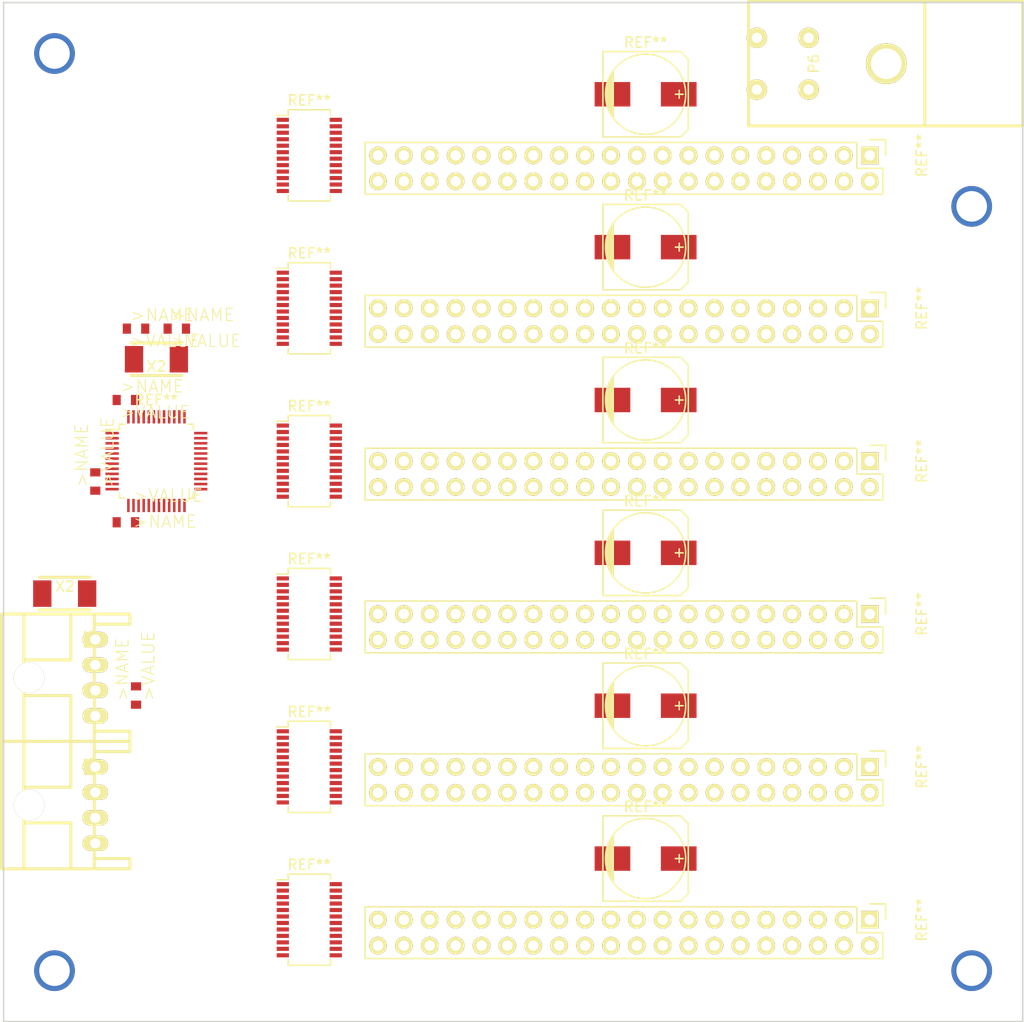
<source format=kicad_pcb>
(kicad_pcb (version 4) (host pcbnew 4.0.5)

  (general
    (links 0)
    (no_connects 0)
    (area -0.075001 -0.075001 100.075001 100.075001)
    (thickness 1.6)
    (drawings 4)
    (tracks 4)
    (zones 0)
    (modules 30)
    (nets 1)
  )

  (page A4)
  (layers
    (0 F.Cu signal)
    (31 B.Cu signal)
    (32 B.Adhes user)
    (33 F.Adhes user)
    (34 B.Paste user)
    (35 F.Paste user)
    (36 B.SilkS user)
    (37 F.SilkS user)
    (38 B.Mask user)
    (39 F.Mask user)
    (40 Dwgs.User user)
    (41 Cmts.User user)
    (42 Eco1.User user)
    (43 Eco2.User user)
    (44 Edge.Cuts user)
    (45 Margin user)
    (46 B.CrtYd user)
    (47 F.CrtYd user)
    (48 B.Fab user)
    (49 F.Fab user)
  )

  (setup
    (last_trace_width 0.25)
    (user_trace_width 0.5)
    (user_trace_width 1)
    (trace_clearance 0.2)
    (zone_clearance 0.4)
    (zone_45_only no)
    (trace_min 0.2)
    (segment_width 0.2)
    (edge_width 0.15)
    (via_size 0.6)
    (via_drill 0.4)
    (via_min_size 0.4)
    (via_min_drill 0.3)
    (user_via 1.2 0.8)
    (user_via 4 3)
    (uvia_size 0.3)
    (uvia_drill 0.1)
    (uvias_allowed no)
    (uvia_min_size 0.2)
    (uvia_min_drill 0.1)
    (pcb_text_width 0.3)
    (pcb_text_size 1.5 1.5)
    (mod_edge_width 0.15)
    (mod_text_size 1 1)
    (mod_text_width 0.15)
    (pad_size 1.524 1.524)
    (pad_drill 0.762)
    (pad_to_mask_clearance 0.2)
    (aux_axis_origin 0 0)
    (visible_elements 7FFFFFFF)
    (pcbplotparams
      (layerselection 0x00030_80000001)
      (usegerberextensions false)
      (excludeedgelayer true)
      (linewidth 0.100000)
      (plotframeref false)
      (viasonmask false)
      (mode 1)
      (useauxorigin false)
      (hpglpennumber 1)
      (hpglpenspeed 20)
      (hpglpendiameter 15)
      (hpglpenoverlay 2)
      (psnegative false)
      (psa4output false)
      (plotreference true)
      (plotvalue true)
      (plotinvisibletext false)
      (padsonsilk false)
      (subtractmaskfromsilk false)
      (outputformat 1)
      (mirror false)
      (drillshape 1)
      (scaleselection 1)
      (outputdirectory ""))
  )

  (net 0 "")

  (net_class Default "これは標準のネット クラスです。"
    (clearance 0.2)
    (trace_width 0.25)
    (via_dia 0.6)
    (via_drill 0.4)
    (uvia_dia 0.3)
    (uvia_drill 0.1)
  )

  (module RP_KiCAD_Connector:XA_4LC (layer F.Cu) (tedit 585B7649) (tstamp 58CB4FD8)
    (at 9 62.5 270)
    (fp_text reference P3 (at 0 0.5 270) (layer F.SilkS)
      (effects (font (size 1 1) (thickness 0.15)))
    )
    (fp_text value CONN_01X04 (at 3.5 8 270) (layer F.Fab)
      (effects (font (size 1 1) (thickness 0.15)))
    )
    (fp_line (start 10 9.2) (end -2.5 9.2) (layer F.SilkS) (width 0.3))
    (fp_line (start 10 -3.4) (end 10 9.2) (layer F.SilkS) (width 0.3))
    (fp_line (start 9 0.1) (end 9 -3.4) (layer F.SilkS) (width 0.3))
    (fp_line (start 9 -3.4) (end 10 -3.4) (layer F.SilkS) (width 0.3))
    (fp_line (start -2.5 0.1) (end 10 0.1) (layer F.SilkS) (width 0.3))
    (fp_line (start 5.5 2.4) (end 5.5 7) (layer F.SilkS) (width 0.3))
    (fp_line (start 5.5 2.4) (end 10 2.4) (layer F.SilkS) (width 0.3))
    (fp_line (start 2 7) (end 2 2.4) (layer F.SilkS) (width 0.3))
    (fp_line (start 2 2.4) (end -2.5 2.4) (layer F.SilkS) (width 0.3))
    (fp_line (start -2.5 7) (end 10 7) (layer F.SilkS) (width 0.3))
    (fp_line (start -2.5 -3.4) (end -2.5 9.2) (layer F.SilkS) (width 0.3))
    (fp_line (start -2.5 -3.4) (end -1.5 -3.4) (layer F.SilkS) (width 0.3))
    (fp_line (start -1.5 -3.4) (end -1.5 0.1) (layer F.SilkS) (width 0.3))
    (pad 1 thru_hole oval (at 0 0 270) (size 1.5 2.5) (drill 1) (layers *.Cu *.Mask F.SilkS))
    (pad 2 thru_hole oval (at 2.5 0 270) (size 1.5 2.5) (drill 1) (layers *.Cu *.Mask F.SilkS))
    (pad 3 thru_hole oval (at 5 0 270) (size 1.5 2.5) (drill 1) (layers *.Cu *.Mask F.SilkS))
    (pad 4 thru_hole oval (at 7.5 0 270) (size 1.5 2.5) (drill 1) (layers *.Cu *.Mask F.SilkS))
    (pad "" thru_hole circle (at 3.75 6.5 270) (size 3 3) (drill 3) (layers *.Cu *.Mask F.SilkS)
      (clearance -0.3))
    (model conn_XA/XA_4S.wrl
      (at (xyz 0.15 -0.2 0))
      (scale (xyz 4 4 4))
      (rotate (xyz 0 0 180))
    )
  )

  (module Pin_Headers:Pin_Header_Straight_2x20 (layer F.Cu) (tedit 0) (tstamp 58CADC94)
    (at 85 90 270)
    (descr "Through hole pin header")
    (tags "pin header")
    (fp_text reference REF** (at 0 -5.1 270) (layer F.SilkS)
      (effects (font (size 1 1) (thickness 0.15)))
    )
    (fp_text value Pin_Header_Straight_2x20 (at 0 -3.1 270) (layer F.Fab)
      (effects (font (size 1 1) (thickness 0.15)))
    )
    (fp_line (start -1.75 -1.75) (end -1.75 50.05) (layer F.CrtYd) (width 0.05))
    (fp_line (start 4.3 -1.75) (end 4.3 50.05) (layer F.CrtYd) (width 0.05))
    (fp_line (start -1.75 -1.75) (end 4.3 -1.75) (layer F.CrtYd) (width 0.05))
    (fp_line (start -1.75 50.05) (end 4.3 50.05) (layer F.CrtYd) (width 0.05))
    (fp_line (start 3.81 49.53) (end 3.81 -1.27) (layer F.SilkS) (width 0.15))
    (fp_line (start -1.27 1.27) (end -1.27 49.53) (layer F.SilkS) (width 0.15))
    (fp_line (start 3.81 49.53) (end -1.27 49.53) (layer F.SilkS) (width 0.15))
    (fp_line (start 3.81 -1.27) (end 1.27 -1.27) (layer F.SilkS) (width 0.15))
    (fp_line (start 0 -1.55) (end -1.55 -1.55) (layer F.SilkS) (width 0.15))
    (fp_line (start 1.27 -1.27) (end 1.27 1.27) (layer F.SilkS) (width 0.15))
    (fp_line (start 1.27 1.27) (end -1.27 1.27) (layer F.SilkS) (width 0.15))
    (fp_line (start -1.55 -1.55) (end -1.55 0) (layer F.SilkS) (width 0.15))
    (pad 1 thru_hole rect (at 0 0 270) (size 1.7272 1.7272) (drill 1.016) (layers *.Cu *.Mask F.SilkS))
    (pad 2 thru_hole oval (at 2.54 0 270) (size 1.7272 1.7272) (drill 1.016) (layers *.Cu *.Mask F.SilkS))
    (pad 3 thru_hole oval (at 0 2.54 270) (size 1.7272 1.7272) (drill 1.016) (layers *.Cu *.Mask F.SilkS))
    (pad 4 thru_hole oval (at 2.54 2.54 270) (size 1.7272 1.7272) (drill 1.016) (layers *.Cu *.Mask F.SilkS))
    (pad 5 thru_hole oval (at 0 5.08 270) (size 1.7272 1.7272) (drill 1.016) (layers *.Cu *.Mask F.SilkS))
    (pad 6 thru_hole oval (at 2.54 5.08 270) (size 1.7272 1.7272) (drill 1.016) (layers *.Cu *.Mask F.SilkS))
    (pad 7 thru_hole oval (at 0 7.62 270) (size 1.7272 1.7272) (drill 1.016) (layers *.Cu *.Mask F.SilkS))
    (pad 8 thru_hole oval (at 2.54 7.62 270) (size 1.7272 1.7272) (drill 1.016) (layers *.Cu *.Mask F.SilkS))
    (pad 9 thru_hole oval (at 0 10.16 270) (size 1.7272 1.7272) (drill 1.016) (layers *.Cu *.Mask F.SilkS))
    (pad 10 thru_hole oval (at 2.54 10.16 270) (size 1.7272 1.7272) (drill 1.016) (layers *.Cu *.Mask F.SilkS))
    (pad 11 thru_hole oval (at 0 12.7 270) (size 1.7272 1.7272) (drill 1.016) (layers *.Cu *.Mask F.SilkS))
    (pad 12 thru_hole oval (at 2.54 12.7 270) (size 1.7272 1.7272) (drill 1.016) (layers *.Cu *.Mask F.SilkS))
    (pad 13 thru_hole oval (at 0 15.24 270) (size 1.7272 1.7272) (drill 1.016) (layers *.Cu *.Mask F.SilkS))
    (pad 14 thru_hole oval (at 2.54 15.24 270) (size 1.7272 1.7272) (drill 1.016) (layers *.Cu *.Mask F.SilkS))
    (pad 15 thru_hole oval (at 0 17.78 270) (size 1.7272 1.7272) (drill 1.016) (layers *.Cu *.Mask F.SilkS))
    (pad 16 thru_hole oval (at 2.54 17.78 270) (size 1.7272 1.7272) (drill 1.016) (layers *.Cu *.Mask F.SilkS))
    (pad 17 thru_hole oval (at 0 20.32 270) (size 1.7272 1.7272) (drill 1.016) (layers *.Cu *.Mask F.SilkS))
    (pad 18 thru_hole oval (at 2.54 20.32 270) (size 1.7272 1.7272) (drill 1.016) (layers *.Cu *.Mask F.SilkS))
    (pad 19 thru_hole oval (at 0 22.86 270) (size 1.7272 1.7272) (drill 1.016) (layers *.Cu *.Mask F.SilkS))
    (pad 20 thru_hole oval (at 2.54 22.86 270) (size 1.7272 1.7272) (drill 1.016) (layers *.Cu *.Mask F.SilkS))
    (pad 21 thru_hole oval (at 0 25.4 270) (size 1.7272 1.7272) (drill 1.016) (layers *.Cu *.Mask F.SilkS))
    (pad 22 thru_hole oval (at 2.54 25.4 270) (size 1.7272 1.7272) (drill 1.016) (layers *.Cu *.Mask F.SilkS))
    (pad 23 thru_hole oval (at 0 27.94 270) (size 1.7272 1.7272) (drill 1.016) (layers *.Cu *.Mask F.SilkS))
    (pad 24 thru_hole oval (at 2.54 27.94 270) (size 1.7272 1.7272) (drill 1.016) (layers *.Cu *.Mask F.SilkS))
    (pad 25 thru_hole oval (at 0 30.48 270) (size 1.7272 1.7272) (drill 1.016) (layers *.Cu *.Mask F.SilkS))
    (pad 26 thru_hole oval (at 2.54 30.48 270) (size 1.7272 1.7272) (drill 1.016) (layers *.Cu *.Mask F.SilkS))
    (pad 27 thru_hole oval (at 0 33.02 270) (size 1.7272 1.7272) (drill 1.016) (layers *.Cu *.Mask F.SilkS))
    (pad 28 thru_hole oval (at 2.54 33.02 270) (size 1.7272 1.7272) (drill 1.016) (layers *.Cu *.Mask F.SilkS))
    (pad 29 thru_hole oval (at 0 35.56 270) (size 1.7272 1.7272) (drill 1.016) (layers *.Cu *.Mask F.SilkS))
    (pad 30 thru_hole oval (at 2.54 35.56 270) (size 1.7272 1.7272) (drill 1.016) (layers *.Cu *.Mask F.SilkS))
    (pad 31 thru_hole oval (at 0 38.1 270) (size 1.7272 1.7272) (drill 1.016) (layers *.Cu *.Mask F.SilkS))
    (pad 32 thru_hole oval (at 2.54 38.1 270) (size 1.7272 1.7272) (drill 1.016) (layers *.Cu *.Mask F.SilkS))
    (pad 33 thru_hole oval (at 0 40.64 270) (size 1.7272 1.7272) (drill 1.016) (layers *.Cu *.Mask F.SilkS))
    (pad 34 thru_hole oval (at 2.54 40.64 270) (size 1.7272 1.7272) (drill 1.016) (layers *.Cu *.Mask F.SilkS))
    (pad 35 thru_hole oval (at 0 43.18 270) (size 1.7272 1.7272) (drill 1.016) (layers *.Cu *.Mask F.SilkS))
    (pad 36 thru_hole oval (at 2.54 43.18 270) (size 1.7272 1.7272) (drill 1.016) (layers *.Cu *.Mask F.SilkS))
    (pad 37 thru_hole oval (at 0 45.72 270) (size 1.7272 1.7272) (drill 1.016) (layers *.Cu *.Mask F.SilkS))
    (pad 38 thru_hole oval (at 2.54 45.72 270) (size 1.7272 1.7272) (drill 1.016) (layers *.Cu *.Mask F.SilkS))
    (pad 39 thru_hole oval (at 0 48.26 270) (size 1.7272 1.7272) (drill 1.016) (layers *.Cu *.Mask F.SilkS))
    (pad 40 thru_hole oval (at 2.54 48.26 270) (size 1.7272 1.7272) (drill 1.016) (layers *.Cu *.Mask F.SilkS))
    (model Pin_Headers.3dshapes/Pin_Header_Straight_2x20.wrl
      (at (xyz 0.05 -0.95 0))
      (scale (xyz 1 1 1))
      (rotate (xyz 0 0 90))
    )
    (model C:/Users/hiroyuki/Documents/KiCAD/KiCAD_Projects/BussasiMD/BussasiMD.wrl
      (at (xyz -0.1 -2.4 1.6))
      (scale (xyz 1 1 1))
      (rotate (xyz -90 0 -90))
    )
  )

  (module Pin_Headers:Pin_Header_Straight_2x20 (layer F.Cu) (tedit 0) (tstamp 58CADC5C)
    (at 85 75 270)
    (descr "Through hole pin header")
    (tags "pin header")
    (fp_text reference REF** (at 0 -5.1 270) (layer F.SilkS)
      (effects (font (size 1 1) (thickness 0.15)))
    )
    (fp_text value Pin_Header_Straight_2x20 (at 0 -3.1 270) (layer F.Fab)
      (effects (font (size 1 1) (thickness 0.15)))
    )
    (fp_line (start -1.75 -1.75) (end -1.75 50.05) (layer F.CrtYd) (width 0.05))
    (fp_line (start 4.3 -1.75) (end 4.3 50.05) (layer F.CrtYd) (width 0.05))
    (fp_line (start -1.75 -1.75) (end 4.3 -1.75) (layer F.CrtYd) (width 0.05))
    (fp_line (start -1.75 50.05) (end 4.3 50.05) (layer F.CrtYd) (width 0.05))
    (fp_line (start 3.81 49.53) (end 3.81 -1.27) (layer F.SilkS) (width 0.15))
    (fp_line (start -1.27 1.27) (end -1.27 49.53) (layer F.SilkS) (width 0.15))
    (fp_line (start 3.81 49.53) (end -1.27 49.53) (layer F.SilkS) (width 0.15))
    (fp_line (start 3.81 -1.27) (end 1.27 -1.27) (layer F.SilkS) (width 0.15))
    (fp_line (start 0 -1.55) (end -1.55 -1.55) (layer F.SilkS) (width 0.15))
    (fp_line (start 1.27 -1.27) (end 1.27 1.27) (layer F.SilkS) (width 0.15))
    (fp_line (start 1.27 1.27) (end -1.27 1.27) (layer F.SilkS) (width 0.15))
    (fp_line (start -1.55 -1.55) (end -1.55 0) (layer F.SilkS) (width 0.15))
    (pad 1 thru_hole rect (at 0 0 270) (size 1.7272 1.7272) (drill 1.016) (layers *.Cu *.Mask F.SilkS))
    (pad 2 thru_hole oval (at 2.54 0 270) (size 1.7272 1.7272) (drill 1.016) (layers *.Cu *.Mask F.SilkS))
    (pad 3 thru_hole oval (at 0 2.54 270) (size 1.7272 1.7272) (drill 1.016) (layers *.Cu *.Mask F.SilkS))
    (pad 4 thru_hole oval (at 2.54 2.54 270) (size 1.7272 1.7272) (drill 1.016) (layers *.Cu *.Mask F.SilkS))
    (pad 5 thru_hole oval (at 0 5.08 270) (size 1.7272 1.7272) (drill 1.016) (layers *.Cu *.Mask F.SilkS))
    (pad 6 thru_hole oval (at 2.54 5.08 270) (size 1.7272 1.7272) (drill 1.016) (layers *.Cu *.Mask F.SilkS))
    (pad 7 thru_hole oval (at 0 7.62 270) (size 1.7272 1.7272) (drill 1.016) (layers *.Cu *.Mask F.SilkS))
    (pad 8 thru_hole oval (at 2.54 7.62 270) (size 1.7272 1.7272) (drill 1.016) (layers *.Cu *.Mask F.SilkS))
    (pad 9 thru_hole oval (at 0 10.16 270) (size 1.7272 1.7272) (drill 1.016) (layers *.Cu *.Mask F.SilkS))
    (pad 10 thru_hole oval (at 2.54 10.16 270) (size 1.7272 1.7272) (drill 1.016) (layers *.Cu *.Mask F.SilkS))
    (pad 11 thru_hole oval (at 0 12.7 270) (size 1.7272 1.7272) (drill 1.016) (layers *.Cu *.Mask F.SilkS))
    (pad 12 thru_hole oval (at 2.54 12.7 270) (size 1.7272 1.7272) (drill 1.016) (layers *.Cu *.Mask F.SilkS))
    (pad 13 thru_hole oval (at 0 15.24 270) (size 1.7272 1.7272) (drill 1.016) (layers *.Cu *.Mask F.SilkS))
    (pad 14 thru_hole oval (at 2.54 15.24 270) (size 1.7272 1.7272) (drill 1.016) (layers *.Cu *.Mask F.SilkS))
    (pad 15 thru_hole oval (at 0 17.78 270) (size 1.7272 1.7272) (drill 1.016) (layers *.Cu *.Mask F.SilkS))
    (pad 16 thru_hole oval (at 2.54 17.78 270) (size 1.7272 1.7272) (drill 1.016) (layers *.Cu *.Mask F.SilkS))
    (pad 17 thru_hole oval (at 0 20.32 270) (size 1.7272 1.7272) (drill 1.016) (layers *.Cu *.Mask F.SilkS))
    (pad 18 thru_hole oval (at 2.54 20.32 270) (size 1.7272 1.7272) (drill 1.016) (layers *.Cu *.Mask F.SilkS))
    (pad 19 thru_hole oval (at 0 22.86 270) (size 1.7272 1.7272) (drill 1.016) (layers *.Cu *.Mask F.SilkS))
    (pad 20 thru_hole oval (at 2.54 22.86 270) (size 1.7272 1.7272) (drill 1.016) (layers *.Cu *.Mask F.SilkS))
    (pad 21 thru_hole oval (at 0 25.4 270) (size 1.7272 1.7272) (drill 1.016) (layers *.Cu *.Mask F.SilkS))
    (pad 22 thru_hole oval (at 2.54 25.4 270) (size 1.7272 1.7272) (drill 1.016) (layers *.Cu *.Mask F.SilkS))
    (pad 23 thru_hole oval (at 0 27.94 270) (size 1.7272 1.7272) (drill 1.016) (layers *.Cu *.Mask F.SilkS))
    (pad 24 thru_hole oval (at 2.54 27.94 270) (size 1.7272 1.7272) (drill 1.016) (layers *.Cu *.Mask F.SilkS))
    (pad 25 thru_hole oval (at 0 30.48 270) (size 1.7272 1.7272) (drill 1.016) (layers *.Cu *.Mask F.SilkS))
    (pad 26 thru_hole oval (at 2.54 30.48 270) (size 1.7272 1.7272) (drill 1.016) (layers *.Cu *.Mask F.SilkS))
    (pad 27 thru_hole oval (at 0 33.02 270) (size 1.7272 1.7272) (drill 1.016) (layers *.Cu *.Mask F.SilkS))
    (pad 28 thru_hole oval (at 2.54 33.02 270) (size 1.7272 1.7272) (drill 1.016) (layers *.Cu *.Mask F.SilkS))
    (pad 29 thru_hole oval (at 0 35.56 270) (size 1.7272 1.7272) (drill 1.016) (layers *.Cu *.Mask F.SilkS))
    (pad 30 thru_hole oval (at 2.54 35.56 270) (size 1.7272 1.7272) (drill 1.016) (layers *.Cu *.Mask F.SilkS))
    (pad 31 thru_hole oval (at 0 38.1 270) (size 1.7272 1.7272) (drill 1.016) (layers *.Cu *.Mask F.SilkS))
    (pad 32 thru_hole oval (at 2.54 38.1 270) (size 1.7272 1.7272) (drill 1.016) (layers *.Cu *.Mask F.SilkS))
    (pad 33 thru_hole oval (at 0 40.64 270) (size 1.7272 1.7272) (drill 1.016) (layers *.Cu *.Mask F.SilkS))
    (pad 34 thru_hole oval (at 2.54 40.64 270) (size 1.7272 1.7272) (drill 1.016) (layers *.Cu *.Mask F.SilkS))
    (pad 35 thru_hole oval (at 0 43.18 270) (size 1.7272 1.7272) (drill 1.016) (layers *.Cu *.Mask F.SilkS))
    (pad 36 thru_hole oval (at 2.54 43.18 270) (size 1.7272 1.7272) (drill 1.016) (layers *.Cu *.Mask F.SilkS))
    (pad 37 thru_hole oval (at 0 45.72 270) (size 1.7272 1.7272) (drill 1.016) (layers *.Cu *.Mask F.SilkS))
    (pad 38 thru_hole oval (at 2.54 45.72 270) (size 1.7272 1.7272) (drill 1.016) (layers *.Cu *.Mask F.SilkS))
    (pad 39 thru_hole oval (at 0 48.26 270) (size 1.7272 1.7272) (drill 1.016) (layers *.Cu *.Mask F.SilkS))
    (pad 40 thru_hole oval (at 2.54 48.26 270) (size 1.7272 1.7272) (drill 1.016) (layers *.Cu *.Mask F.SilkS))
    (model Pin_Headers.3dshapes/Pin_Header_Straight_2x20.wrl
      (at (xyz 0.05 -0.95 0))
      (scale (xyz 1 1 1))
      (rotate (xyz 0 0 90))
    )
    (model C:/Users/hiroyuki/Documents/KiCAD/KiCAD_Projects/BussasiMD/BussasiMD.wrl
      (at (xyz -0.1 -2.4 1.6))
      (scale (xyz 1 1 1))
      (rotate (xyz -90 0 -90))
    )
  )

  (module Pin_Headers:Pin_Header_Straight_2x20 (layer F.Cu) (tedit 0) (tstamp 58CADC24)
    (at 85 60 270)
    (descr "Through hole pin header")
    (tags "pin header")
    (fp_text reference REF** (at 0 -5.1 270) (layer F.SilkS)
      (effects (font (size 1 1) (thickness 0.15)))
    )
    (fp_text value Pin_Header_Straight_2x20 (at 0 -3.1 270) (layer F.Fab)
      (effects (font (size 1 1) (thickness 0.15)))
    )
    (fp_line (start -1.75 -1.75) (end -1.75 50.05) (layer F.CrtYd) (width 0.05))
    (fp_line (start 4.3 -1.75) (end 4.3 50.05) (layer F.CrtYd) (width 0.05))
    (fp_line (start -1.75 -1.75) (end 4.3 -1.75) (layer F.CrtYd) (width 0.05))
    (fp_line (start -1.75 50.05) (end 4.3 50.05) (layer F.CrtYd) (width 0.05))
    (fp_line (start 3.81 49.53) (end 3.81 -1.27) (layer F.SilkS) (width 0.15))
    (fp_line (start -1.27 1.27) (end -1.27 49.53) (layer F.SilkS) (width 0.15))
    (fp_line (start 3.81 49.53) (end -1.27 49.53) (layer F.SilkS) (width 0.15))
    (fp_line (start 3.81 -1.27) (end 1.27 -1.27) (layer F.SilkS) (width 0.15))
    (fp_line (start 0 -1.55) (end -1.55 -1.55) (layer F.SilkS) (width 0.15))
    (fp_line (start 1.27 -1.27) (end 1.27 1.27) (layer F.SilkS) (width 0.15))
    (fp_line (start 1.27 1.27) (end -1.27 1.27) (layer F.SilkS) (width 0.15))
    (fp_line (start -1.55 -1.55) (end -1.55 0) (layer F.SilkS) (width 0.15))
    (pad 1 thru_hole rect (at 0 0 270) (size 1.7272 1.7272) (drill 1.016) (layers *.Cu *.Mask F.SilkS))
    (pad 2 thru_hole oval (at 2.54 0 270) (size 1.7272 1.7272) (drill 1.016) (layers *.Cu *.Mask F.SilkS))
    (pad 3 thru_hole oval (at 0 2.54 270) (size 1.7272 1.7272) (drill 1.016) (layers *.Cu *.Mask F.SilkS))
    (pad 4 thru_hole oval (at 2.54 2.54 270) (size 1.7272 1.7272) (drill 1.016) (layers *.Cu *.Mask F.SilkS))
    (pad 5 thru_hole oval (at 0 5.08 270) (size 1.7272 1.7272) (drill 1.016) (layers *.Cu *.Mask F.SilkS))
    (pad 6 thru_hole oval (at 2.54 5.08 270) (size 1.7272 1.7272) (drill 1.016) (layers *.Cu *.Mask F.SilkS))
    (pad 7 thru_hole oval (at 0 7.62 270) (size 1.7272 1.7272) (drill 1.016) (layers *.Cu *.Mask F.SilkS))
    (pad 8 thru_hole oval (at 2.54 7.62 270) (size 1.7272 1.7272) (drill 1.016) (layers *.Cu *.Mask F.SilkS))
    (pad 9 thru_hole oval (at 0 10.16 270) (size 1.7272 1.7272) (drill 1.016) (layers *.Cu *.Mask F.SilkS))
    (pad 10 thru_hole oval (at 2.54 10.16 270) (size 1.7272 1.7272) (drill 1.016) (layers *.Cu *.Mask F.SilkS))
    (pad 11 thru_hole oval (at 0 12.7 270) (size 1.7272 1.7272) (drill 1.016) (layers *.Cu *.Mask F.SilkS))
    (pad 12 thru_hole oval (at 2.54 12.7 270) (size 1.7272 1.7272) (drill 1.016) (layers *.Cu *.Mask F.SilkS))
    (pad 13 thru_hole oval (at 0 15.24 270) (size 1.7272 1.7272) (drill 1.016) (layers *.Cu *.Mask F.SilkS))
    (pad 14 thru_hole oval (at 2.54 15.24 270) (size 1.7272 1.7272) (drill 1.016) (layers *.Cu *.Mask F.SilkS))
    (pad 15 thru_hole oval (at 0 17.78 270) (size 1.7272 1.7272) (drill 1.016) (layers *.Cu *.Mask F.SilkS))
    (pad 16 thru_hole oval (at 2.54 17.78 270) (size 1.7272 1.7272) (drill 1.016) (layers *.Cu *.Mask F.SilkS))
    (pad 17 thru_hole oval (at 0 20.32 270) (size 1.7272 1.7272) (drill 1.016) (layers *.Cu *.Mask F.SilkS))
    (pad 18 thru_hole oval (at 2.54 20.32 270) (size 1.7272 1.7272) (drill 1.016) (layers *.Cu *.Mask F.SilkS))
    (pad 19 thru_hole oval (at 0 22.86 270) (size 1.7272 1.7272) (drill 1.016) (layers *.Cu *.Mask F.SilkS))
    (pad 20 thru_hole oval (at 2.54 22.86 270) (size 1.7272 1.7272) (drill 1.016) (layers *.Cu *.Mask F.SilkS))
    (pad 21 thru_hole oval (at 0 25.4 270) (size 1.7272 1.7272) (drill 1.016) (layers *.Cu *.Mask F.SilkS))
    (pad 22 thru_hole oval (at 2.54 25.4 270) (size 1.7272 1.7272) (drill 1.016) (layers *.Cu *.Mask F.SilkS))
    (pad 23 thru_hole oval (at 0 27.94 270) (size 1.7272 1.7272) (drill 1.016) (layers *.Cu *.Mask F.SilkS))
    (pad 24 thru_hole oval (at 2.54 27.94 270) (size 1.7272 1.7272) (drill 1.016) (layers *.Cu *.Mask F.SilkS))
    (pad 25 thru_hole oval (at 0 30.48 270) (size 1.7272 1.7272) (drill 1.016) (layers *.Cu *.Mask F.SilkS))
    (pad 26 thru_hole oval (at 2.54 30.48 270) (size 1.7272 1.7272) (drill 1.016) (layers *.Cu *.Mask F.SilkS))
    (pad 27 thru_hole oval (at 0 33.02 270) (size 1.7272 1.7272) (drill 1.016) (layers *.Cu *.Mask F.SilkS))
    (pad 28 thru_hole oval (at 2.54 33.02 270) (size 1.7272 1.7272) (drill 1.016) (layers *.Cu *.Mask F.SilkS))
    (pad 29 thru_hole oval (at 0 35.56 270) (size 1.7272 1.7272) (drill 1.016) (layers *.Cu *.Mask F.SilkS))
    (pad 30 thru_hole oval (at 2.54 35.56 270) (size 1.7272 1.7272) (drill 1.016) (layers *.Cu *.Mask F.SilkS))
    (pad 31 thru_hole oval (at 0 38.1 270) (size 1.7272 1.7272) (drill 1.016) (layers *.Cu *.Mask F.SilkS))
    (pad 32 thru_hole oval (at 2.54 38.1 270) (size 1.7272 1.7272) (drill 1.016) (layers *.Cu *.Mask F.SilkS))
    (pad 33 thru_hole oval (at 0 40.64 270) (size 1.7272 1.7272) (drill 1.016) (layers *.Cu *.Mask F.SilkS))
    (pad 34 thru_hole oval (at 2.54 40.64 270) (size 1.7272 1.7272) (drill 1.016) (layers *.Cu *.Mask F.SilkS))
    (pad 35 thru_hole oval (at 0 43.18 270) (size 1.7272 1.7272) (drill 1.016) (layers *.Cu *.Mask F.SilkS))
    (pad 36 thru_hole oval (at 2.54 43.18 270) (size 1.7272 1.7272) (drill 1.016) (layers *.Cu *.Mask F.SilkS))
    (pad 37 thru_hole oval (at 0 45.72 270) (size 1.7272 1.7272) (drill 1.016) (layers *.Cu *.Mask F.SilkS))
    (pad 38 thru_hole oval (at 2.54 45.72 270) (size 1.7272 1.7272) (drill 1.016) (layers *.Cu *.Mask F.SilkS))
    (pad 39 thru_hole oval (at 0 48.26 270) (size 1.7272 1.7272) (drill 1.016) (layers *.Cu *.Mask F.SilkS))
    (pad 40 thru_hole oval (at 2.54 48.26 270) (size 1.7272 1.7272) (drill 1.016) (layers *.Cu *.Mask F.SilkS))
    (model Pin_Headers.3dshapes/Pin_Header_Straight_2x20.wrl
      (at (xyz 0.05 -0.95 0))
      (scale (xyz 1 1 1))
      (rotate (xyz 0 0 90))
    )
    (model C:/Users/hiroyuki/Documents/KiCAD/KiCAD_Projects/BussasiMD/BussasiMD.wrl
      (at (xyz -0.1 -2.4 1.6))
      (scale (xyz 1 1 1))
      (rotate (xyz -90 0 -90))
    )
  )

  (module Pin_Headers:Pin_Header_Straight_2x20 (layer F.Cu) (tedit 0) (tstamp 58CADBE8)
    (at 85 45 270)
    (descr "Through hole pin header")
    (tags "pin header")
    (fp_text reference REF** (at 0 -5.1 270) (layer F.SilkS)
      (effects (font (size 1 1) (thickness 0.15)))
    )
    (fp_text value Pin_Header_Straight_2x20 (at 0 -3.1 270) (layer F.Fab)
      (effects (font (size 1 1) (thickness 0.15)))
    )
    (fp_line (start -1.75 -1.75) (end -1.75 50.05) (layer F.CrtYd) (width 0.05))
    (fp_line (start 4.3 -1.75) (end 4.3 50.05) (layer F.CrtYd) (width 0.05))
    (fp_line (start -1.75 -1.75) (end 4.3 -1.75) (layer F.CrtYd) (width 0.05))
    (fp_line (start -1.75 50.05) (end 4.3 50.05) (layer F.CrtYd) (width 0.05))
    (fp_line (start 3.81 49.53) (end 3.81 -1.27) (layer F.SilkS) (width 0.15))
    (fp_line (start -1.27 1.27) (end -1.27 49.53) (layer F.SilkS) (width 0.15))
    (fp_line (start 3.81 49.53) (end -1.27 49.53) (layer F.SilkS) (width 0.15))
    (fp_line (start 3.81 -1.27) (end 1.27 -1.27) (layer F.SilkS) (width 0.15))
    (fp_line (start 0 -1.55) (end -1.55 -1.55) (layer F.SilkS) (width 0.15))
    (fp_line (start 1.27 -1.27) (end 1.27 1.27) (layer F.SilkS) (width 0.15))
    (fp_line (start 1.27 1.27) (end -1.27 1.27) (layer F.SilkS) (width 0.15))
    (fp_line (start -1.55 -1.55) (end -1.55 0) (layer F.SilkS) (width 0.15))
    (pad 1 thru_hole rect (at 0 0 270) (size 1.7272 1.7272) (drill 1.016) (layers *.Cu *.Mask F.SilkS))
    (pad 2 thru_hole oval (at 2.54 0 270) (size 1.7272 1.7272) (drill 1.016) (layers *.Cu *.Mask F.SilkS))
    (pad 3 thru_hole oval (at 0 2.54 270) (size 1.7272 1.7272) (drill 1.016) (layers *.Cu *.Mask F.SilkS))
    (pad 4 thru_hole oval (at 2.54 2.54 270) (size 1.7272 1.7272) (drill 1.016) (layers *.Cu *.Mask F.SilkS))
    (pad 5 thru_hole oval (at 0 5.08 270) (size 1.7272 1.7272) (drill 1.016) (layers *.Cu *.Mask F.SilkS))
    (pad 6 thru_hole oval (at 2.54 5.08 270) (size 1.7272 1.7272) (drill 1.016) (layers *.Cu *.Mask F.SilkS))
    (pad 7 thru_hole oval (at 0 7.62 270) (size 1.7272 1.7272) (drill 1.016) (layers *.Cu *.Mask F.SilkS))
    (pad 8 thru_hole oval (at 2.54 7.62 270) (size 1.7272 1.7272) (drill 1.016) (layers *.Cu *.Mask F.SilkS))
    (pad 9 thru_hole oval (at 0 10.16 270) (size 1.7272 1.7272) (drill 1.016) (layers *.Cu *.Mask F.SilkS))
    (pad 10 thru_hole oval (at 2.54 10.16 270) (size 1.7272 1.7272) (drill 1.016) (layers *.Cu *.Mask F.SilkS))
    (pad 11 thru_hole oval (at 0 12.7 270) (size 1.7272 1.7272) (drill 1.016) (layers *.Cu *.Mask F.SilkS))
    (pad 12 thru_hole oval (at 2.54 12.7 270) (size 1.7272 1.7272) (drill 1.016) (layers *.Cu *.Mask F.SilkS))
    (pad 13 thru_hole oval (at 0 15.24 270) (size 1.7272 1.7272) (drill 1.016) (layers *.Cu *.Mask F.SilkS))
    (pad 14 thru_hole oval (at 2.54 15.24 270) (size 1.7272 1.7272) (drill 1.016) (layers *.Cu *.Mask F.SilkS))
    (pad 15 thru_hole oval (at 0 17.78 270) (size 1.7272 1.7272) (drill 1.016) (layers *.Cu *.Mask F.SilkS))
    (pad 16 thru_hole oval (at 2.54 17.78 270) (size 1.7272 1.7272) (drill 1.016) (layers *.Cu *.Mask F.SilkS))
    (pad 17 thru_hole oval (at 0 20.32 270) (size 1.7272 1.7272) (drill 1.016) (layers *.Cu *.Mask F.SilkS))
    (pad 18 thru_hole oval (at 2.54 20.32 270) (size 1.7272 1.7272) (drill 1.016) (layers *.Cu *.Mask F.SilkS))
    (pad 19 thru_hole oval (at 0 22.86 270) (size 1.7272 1.7272) (drill 1.016) (layers *.Cu *.Mask F.SilkS))
    (pad 20 thru_hole oval (at 2.54 22.86 270) (size 1.7272 1.7272) (drill 1.016) (layers *.Cu *.Mask F.SilkS))
    (pad 21 thru_hole oval (at 0 25.4 270) (size 1.7272 1.7272) (drill 1.016) (layers *.Cu *.Mask F.SilkS))
    (pad 22 thru_hole oval (at 2.54 25.4 270) (size 1.7272 1.7272) (drill 1.016) (layers *.Cu *.Mask F.SilkS))
    (pad 23 thru_hole oval (at 0 27.94 270) (size 1.7272 1.7272) (drill 1.016) (layers *.Cu *.Mask F.SilkS))
    (pad 24 thru_hole oval (at 2.54 27.94 270) (size 1.7272 1.7272) (drill 1.016) (layers *.Cu *.Mask F.SilkS))
    (pad 25 thru_hole oval (at 0 30.48 270) (size 1.7272 1.7272) (drill 1.016) (layers *.Cu *.Mask F.SilkS))
    (pad 26 thru_hole oval (at 2.54 30.48 270) (size 1.7272 1.7272) (drill 1.016) (layers *.Cu *.Mask F.SilkS))
    (pad 27 thru_hole oval (at 0 33.02 270) (size 1.7272 1.7272) (drill 1.016) (layers *.Cu *.Mask F.SilkS))
    (pad 28 thru_hole oval (at 2.54 33.02 270) (size 1.7272 1.7272) (drill 1.016) (layers *.Cu *.Mask F.SilkS))
    (pad 29 thru_hole oval (at 0 35.56 270) (size 1.7272 1.7272) (drill 1.016) (layers *.Cu *.Mask F.SilkS))
    (pad 30 thru_hole oval (at 2.54 35.56 270) (size 1.7272 1.7272) (drill 1.016) (layers *.Cu *.Mask F.SilkS))
    (pad 31 thru_hole oval (at 0 38.1 270) (size 1.7272 1.7272) (drill 1.016) (layers *.Cu *.Mask F.SilkS))
    (pad 32 thru_hole oval (at 2.54 38.1 270) (size 1.7272 1.7272) (drill 1.016) (layers *.Cu *.Mask F.SilkS))
    (pad 33 thru_hole oval (at 0 40.64 270) (size 1.7272 1.7272) (drill 1.016) (layers *.Cu *.Mask F.SilkS))
    (pad 34 thru_hole oval (at 2.54 40.64 270) (size 1.7272 1.7272) (drill 1.016) (layers *.Cu *.Mask F.SilkS))
    (pad 35 thru_hole oval (at 0 43.18 270) (size 1.7272 1.7272) (drill 1.016) (layers *.Cu *.Mask F.SilkS))
    (pad 36 thru_hole oval (at 2.54 43.18 270) (size 1.7272 1.7272) (drill 1.016) (layers *.Cu *.Mask F.SilkS))
    (pad 37 thru_hole oval (at 0 45.72 270) (size 1.7272 1.7272) (drill 1.016) (layers *.Cu *.Mask F.SilkS))
    (pad 38 thru_hole oval (at 2.54 45.72 270) (size 1.7272 1.7272) (drill 1.016) (layers *.Cu *.Mask F.SilkS))
    (pad 39 thru_hole oval (at 0 48.26 270) (size 1.7272 1.7272) (drill 1.016) (layers *.Cu *.Mask F.SilkS))
    (pad 40 thru_hole oval (at 2.54 48.26 270) (size 1.7272 1.7272) (drill 1.016) (layers *.Cu *.Mask F.SilkS))
    (model Pin_Headers.3dshapes/Pin_Header_Straight_2x20.wrl
      (at (xyz 0.05 -0.95 0))
      (scale (xyz 1 1 1))
      (rotate (xyz 0 0 90))
    )
    (model C:/Users/hiroyuki/Documents/KiCAD/KiCAD_Projects/BussasiMD/BussasiMD.wrl
      (at (xyz -0.1 -2.4 1.6))
      (scale (xyz 1 1 1))
      (rotate (xyz -90 0 -90))
    )
  )

  (module Pin_Headers:Pin_Header_Straight_2x20 (layer F.Cu) (tedit 0) (tstamp 58CADB40)
    (at 85 30 270)
    (descr "Through hole pin header")
    (tags "pin header")
    (fp_text reference REF** (at 0 -5.1 270) (layer F.SilkS)
      (effects (font (size 1 1) (thickness 0.15)))
    )
    (fp_text value Pin_Header_Straight_2x20 (at 0 -3.1 270) (layer F.Fab)
      (effects (font (size 1 1) (thickness 0.15)))
    )
    (fp_line (start -1.75 -1.75) (end -1.75 50.05) (layer F.CrtYd) (width 0.05))
    (fp_line (start 4.3 -1.75) (end 4.3 50.05) (layer F.CrtYd) (width 0.05))
    (fp_line (start -1.75 -1.75) (end 4.3 -1.75) (layer F.CrtYd) (width 0.05))
    (fp_line (start -1.75 50.05) (end 4.3 50.05) (layer F.CrtYd) (width 0.05))
    (fp_line (start 3.81 49.53) (end 3.81 -1.27) (layer F.SilkS) (width 0.15))
    (fp_line (start -1.27 1.27) (end -1.27 49.53) (layer F.SilkS) (width 0.15))
    (fp_line (start 3.81 49.53) (end -1.27 49.53) (layer F.SilkS) (width 0.15))
    (fp_line (start 3.81 -1.27) (end 1.27 -1.27) (layer F.SilkS) (width 0.15))
    (fp_line (start 0 -1.55) (end -1.55 -1.55) (layer F.SilkS) (width 0.15))
    (fp_line (start 1.27 -1.27) (end 1.27 1.27) (layer F.SilkS) (width 0.15))
    (fp_line (start 1.27 1.27) (end -1.27 1.27) (layer F.SilkS) (width 0.15))
    (fp_line (start -1.55 -1.55) (end -1.55 0) (layer F.SilkS) (width 0.15))
    (pad 1 thru_hole rect (at 0 0 270) (size 1.7272 1.7272) (drill 1.016) (layers *.Cu *.Mask F.SilkS))
    (pad 2 thru_hole oval (at 2.54 0 270) (size 1.7272 1.7272) (drill 1.016) (layers *.Cu *.Mask F.SilkS))
    (pad 3 thru_hole oval (at 0 2.54 270) (size 1.7272 1.7272) (drill 1.016) (layers *.Cu *.Mask F.SilkS))
    (pad 4 thru_hole oval (at 2.54 2.54 270) (size 1.7272 1.7272) (drill 1.016) (layers *.Cu *.Mask F.SilkS))
    (pad 5 thru_hole oval (at 0 5.08 270) (size 1.7272 1.7272) (drill 1.016) (layers *.Cu *.Mask F.SilkS))
    (pad 6 thru_hole oval (at 2.54 5.08 270) (size 1.7272 1.7272) (drill 1.016) (layers *.Cu *.Mask F.SilkS))
    (pad 7 thru_hole oval (at 0 7.62 270) (size 1.7272 1.7272) (drill 1.016) (layers *.Cu *.Mask F.SilkS))
    (pad 8 thru_hole oval (at 2.54 7.62 270) (size 1.7272 1.7272) (drill 1.016) (layers *.Cu *.Mask F.SilkS))
    (pad 9 thru_hole oval (at 0 10.16 270) (size 1.7272 1.7272) (drill 1.016) (layers *.Cu *.Mask F.SilkS))
    (pad 10 thru_hole oval (at 2.54 10.16 270) (size 1.7272 1.7272) (drill 1.016) (layers *.Cu *.Mask F.SilkS))
    (pad 11 thru_hole oval (at 0 12.7 270) (size 1.7272 1.7272) (drill 1.016) (layers *.Cu *.Mask F.SilkS))
    (pad 12 thru_hole oval (at 2.54 12.7 270) (size 1.7272 1.7272) (drill 1.016) (layers *.Cu *.Mask F.SilkS))
    (pad 13 thru_hole oval (at 0 15.24 270) (size 1.7272 1.7272) (drill 1.016) (layers *.Cu *.Mask F.SilkS))
    (pad 14 thru_hole oval (at 2.54 15.24 270) (size 1.7272 1.7272) (drill 1.016) (layers *.Cu *.Mask F.SilkS))
    (pad 15 thru_hole oval (at 0 17.78 270) (size 1.7272 1.7272) (drill 1.016) (layers *.Cu *.Mask F.SilkS))
    (pad 16 thru_hole oval (at 2.54 17.78 270) (size 1.7272 1.7272) (drill 1.016) (layers *.Cu *.Mask F.SilkS))
    (pad 17 thru_hole oval (at 0 20.32 270) (size 1.7272 1.7272) (drill 1.016) (layers *.Cu *.Mask F.SilkS))
    (pad 18 thru_hole oval (at 2.54 20.32 270) (size 1.7272 1.7272) (drill 1.016) (layers *.Cu *.Mask F.SilkS))
    (pad 19 thru_hole oval (at 0 22.86 270) (size 1.7272 1.7272) (drill 1.016) (layers *.Cu *.Mask F.SilkS))
    (pad 20 thru_hole oval (at 2.54 22.86 270) (size 1.7272 1.7272) (drill 1.016) (layers *.Cu *.Mask F.SilkS))
    (pad 21 thru_hole oval (at 0 25.4 270) (size 1.7272 1.7272) (drill 1.016) (layers *.Cu *.Mask F.SilkS))
    (pad 22 thru_hole oval (at 2.54 25.4 270) (size 1.7272 1.7272) (drill 1.016) (layers *.Cu *.Mask F.SilkS))
    (pad 23 thru_hole oval (at 0 27.94 270) (size 1.7272 1.7272) (drill 1.016) (layers *.Cu *.Mask F.SilkS))
    (pad 24 thru_hole oval (at 2.54 27.94 270) (size 1.7272 1.7272) (drill 1.016) (layers *.Cu *.Mask F.SilkS))
    (pad 25 thru_hole oval (at 0 30.48 270) (size 1.7272 1.7272) (drill 1.016) (layers *.Cu *.Mask F.SilkS))
    (pad 26 thru_hole oval (at 2.54 30.48 270) (size 1.7272 1.7272) (drill 1.016) (layers *.Cu *.Mask F.SilkS))
    (pad 27 thru_hole oval (at 0 33.02 270) (size 1.7272 1.7272) (drill 1.016) (layers *.Cu *.Mask F.SilkS))
    (pad 28 thru_hole oval (at 2.54 33.02 270) (size 1.7272 1.7272) (drill 1.016) (layers *.Cu *.Mask F.SilkS))
    (pad 29 thru_hole oval (at 0 35.56 270) (size 1.7272 1.7272) (drill 1.016) (layers *.Cu *.Mask F.SilkS))
    (pad 30 thru_hole oval (at 2.54 35.56 270) (size 1.7272 1.7272) (drill 1.016) (layers *.Cu *.Mask F.SilkS))
    (pad 31 thru_hole oval (at 0 38.1 270) (size 1.7272 1.7272) (drill 1.016) (layers *.Cu *.Mask F.SilkS))
    (pad 32 thru_hole oval (at 2.54 38.1 270) (size 1.7272 1.7272) (drill 1.016) (layers *.Cu *.Mask F.SilkS))
    (pad 33 thru_hole oval (at 0 40.64 270) (size 1.7272 1.7272) (drill 1.016) (layers *.Cu *.Mask F.SilkS))
    (pad 34 thru_hole oval (at 2.54 40.64 270) (size 1.7272 1.7272) (drill 1.016) (layers *.Cu *.Mask F.SilkS))
    (pad 35 thru_hole oval (at 0 43.18 270) (size 1.7272 1.7272) (drill 1.016) (layers *.Cu *.Mask F.SilkS))
    (pad 36 thru_hole oval (at 2.54 43.18 270) (size 1.7272 1.7272) (drill 1.016) (layers *.Cu *.Mask F.SilkS))
    (pad 37 thru_hole oval (at 0 45.72 270) (size 1.7272 1.7272) (drill 1.016) (layers *.Cu *.Mask F.SilkS))
    (pad 38 thru_hole oval (at 2.54 45.72 270) (size 1.7272 1.7272) (drill 1.016) (layers *.Cu *.Mask F.SilkS))
    (pad 39 thru_hole oval (at 0 48.26 270) (size 1.7272 1.7272) (drill 1.016) (layers *.Cu *.Mask F.SilkS))
    (pad 40 thru_hole oval (at 2.54 48.26 270) (size 1.7272 1.7272) (drill 1.016) (layers *.Cu *.Mask F.SilkS))
    (model Pin_Headers.3dshapes/Pin_Header_Straight_2x20.wrl
      (at (xyz 0.05 -0.95 0))
      (scale (xyz 1 1 1))
      (rotate (xyz 0 0 90))
    )
    (model C:/Users/hiroyuki/Documents/KiCAD/KiCAD_Projects/BussasiMD/BussasiMD.wrl
      (at (xyz -0.1 -2.4 1.6))
      (scale (xyz 1 1 1))
      (rotate (xyz -90 0 -90))
    )
  )

  (module Pin_Headers:Pin_Header_Straight_2x20 (layer F.Cu) (tedit 0) (tstamp 58CAD827)
    (at 85 15 270)
    (descr "Through hole pin header")
    (tags "pin header")
    (fp_text reference REF** (at 0 -5.1 270) (layer F.SilkS)
      (effects (font (size 1 1) (thickness 0.15)))
    )
    (fp_text value Pin_Header_Straight_2x20 (at 0 -3.1 270) (layer F.Fab)
      (effects (font (size 1 1) (thickness 0.15)))
    )
    (fp_line (start -1.75 -1.75) (end -1.75 50.05) (layer F.CrtYd) (width 0.05))
    (fp_line (start 4.3 -1.75) (end 4.3 50.05) (layer F.CrtYd) (width 0.05))
    (fp_line (start -1.75 -1.75) (end 4.3 -1.75) (layer F.CrtYd) (width 0.05))
    (fp_line (start -1.75 50.05) (end 4.3 50.05) (layer F.CrtYd) (width 0.05))
    (fp_line (start 3.81 49.53) (end 3.81 -1.27) (layer F.SilkS) (width 0.15))
    (fp_line (start -1.27 1.27) (end -1.27 49.53) (layer F.SilkS) (width 0.15))
    (fp_line (start 3.81 49.53) (end -1.27 49.53) (layer F.SilkS) (width 0.15))
    (fp_line (start 3.81 -1.27) (end 1.27 -1.27) (layer F.SilkS) (width 0.15))
    (fp_line (start 0 -1.55) (end -1.55 -1.55) (layer F.SilkS) (width 0.15))
    (fp_line (start 1.27 -1.27) (end 1.27 1.27) (layer F.SilkS) (width 0.15))
    (fp_line (start 1.27 1.27) (end -1.27 1.27) (layer F.SilkS) (width 0.15))
    (fp_line (start -1.55 -1.55) (end -1.55 0) (layer F.SilkS) (width 0.15))
    (pad 1 thru_hole rect (at 0 0 270) (size 1.7272 1.7272) (drill 1.016) (layers *.Cu *.Mask F.SilkS))
    (pad 2 thru_hole oval (at 2.54 0 270) (size 1.7272 1.7272) (drill 1.016) (layers *.Cu *.Mask F.SilkS))
    (pad 3 thru_hole oval (at 0 2.54 270) (size 1.7272 1.7272) (drill 1.016) (layers *.Cu *.Mask F.SilkS))
    (pad 4 thru_hole oval (at 2.54 2.54 270) (size 1.7272 1.7272) (drill 1.016) (layers *.Cu *.Mask F.SilkS))
    (pad 5 thru_hole oval (at 0 5.08 270) (size 1.7272 1.7272) (drill 1.016) (layers *.Cu *.Mask F.SilkS))
    (pad 6 thru_hole oval (at 2.54 5.08 270) (size 1.7272 1.7272) (drill 1.016) (layers *.Cu *.Mask F.SilkS))
    (pad 7 thru_hole oval (at 0 7.62 270) (size 1.7272 1.7272) (drill 1.016) (layers *.Cu *.Mask F.SilkS))
    (pad 8 thru_hole oval (at 2.54 7.62 270) (size 1.7272 1.7272) (drill 1.016) (layers *.Cu *.Mask F.SilkS))
    (pad 9 thru_hole oval (at 0 10.16 270) (size 1.7272 1.7272) (drill 1.016) (layers *.Cu *.Mask F.SilkS))
    (pad 10 thru_hole oval (at 2.54 10.16 270) (size 1.7272 1.7272) (drill 1.016) (layers *.Cu *.Mask F.SilkS))
    (pad 11 thru_hole oval (at 0 12.7 270) (size 1.7272 1.7272) (drill 1.016) (layers *.Cu *.Mask F.SilkS))
    (pad 12 thru_hole oval (at 2.54 12.7 270) (size 1.7272 1.7272) (drill 1.016) (layers *.Cu *.Mask F.SilkS))
    (pad 13 thru_hole oval (at 0 15.24 270) (size 1.7272 1.7272) (drill 1.016) (layers *.Cu *.Mask F.SilkS))
    (pad 14 thru_hole oval (at 2.54 15.24 270) (size 1.7272 1.7272) (drill 1.016) (layers *.Cu *.Mask F.SilkS))
    (pad 15 thru_hole oval (at 0 17.78 270) (size 1.7272 1.7272) (drill 1.016) (layers *.Cu *.Mask F.SilkS))
    (pad 16 thru_hole oval (at 2.54 17.78 270) (size 1.7272 1.7272) (drill 1.016) (layers *.Cu *.Mask F.SilkS))
    (pad 17 thru_hole oval (at 0 20.32 270) (size 1.7272 1.7272) (drill 1.016) (layers *.Cu *.Mask F.SilkS))
    (pad 18 thru_hole oval (at 2.54 20.32 270) (size 1.7272 1.7272) (drill 1.016) (layers *.Cu *.Mask F.SilkS))
    (pad 19 thru_hole oval (at 0 22.86 270) (size 1.7272 1.7272) (drill 1.016) (layers *.Cu *.Mask F.SilkS))
    (pad 20 thru_hole oval (at 2.54 22.86 270) (size 1.7272 1.7272) (drill 1.016) (layers *.Cu *.Mask F.SilkS))
    (pad 21 thru_hole oval (at 0 25.4 270) (size 1.7272 1.7272) (drill 1.016) (layers *.Cu *.Mask F.SilkS))
    (pad 22 thru_hole oval (at 2.54 25.4 270) (size 1.7272 1.7272) (drill 1.016) (layers *.Cu *.Mask F.SilkS))
    (pad 23 thru_hole oval (at 0 27.94 270) (size 1.7272 1.7272) (drill 1.016) (layers *.Cu *.Mask F.SilkS))
    (pad 24 thru_hole oval (at 2.54 27.94 270) (size 1.7272 1.7272) (drill 1.016) (layers *.Cu *.Mask F.SilkS))
    (pad 25 thru_hole oval (at 0 30.48 270) (size 1.7272 1.7272) (drill 1.016) (layers *.Cu *.Mask F.SilkS))
    (pad 26 thru_hole oval (at 2.54 30.48 270) (size 1.7272 1.7272) (drill 1.016) (layers *.Cu *.Mask F.SilkS))
    (pad 27 thru_hole oval (at 0 33.02 270) (size 1.7272 1.7272) (drill 1.016) (layers *.Cu *.Mask F.SilkS))
    (pad 28 thru_hole oval (at 2.54 33.02 270) (size 1.7272 1.7272) (drill 1.016) (layers *.Cu *.Mask F.SilkS))
    (pad 29 thru_hole oval (at 0 35.56 270) (size 1.7272 1.7272) (drill 1.016) (layers *.Cu *.Mask F.SilkS))
    (pad 30 thru_hole oval (at 2.54 35.56 270) (size 1.7272 1.7272) (drill 1.016) (layers *.Cu *.Mask F.SilkS))
    (pad 31 thru_hole oval (at 0 38.1 270) (size 1.7272 1.7272) (drill 1.016) (layers *.Cu *.Mask F.SilkS))
    (pad 32 thru_hole oval (at 2.54 38.1 270) (size 1.7272 1.7272) (drill 1.016) (layers *.Cu *.Mask F.SilkS))
    (pad 33 thru_hole oval (at 0 40.64 270) (size 1.7272 1.7272) (drill 1.016) (layers *.Cu *.Mask F.SilkS))
    (pad 34 thru_hole oval (at 2.54 40.64 270) (size 1.7272 1.7272) (drill 1.016) (layers *.Cu *.Mask F.SilkS))
    (pad 35 thru_hole oval (at 0 43.18 270) (size 1.7272 1.7272) (drill 1.016) (layers *.Cu *.Mask F.SilkS))
    (pad 36 thru_hole oval (at 2.54 43.18 270) (size 1.7272 1.7272) (drill 1.016) (layers *.Cu *.Mask F.SilkS))
    (pad 37 thru_hole oval (at 0 45.72 270) (size 1.7272 1.7272) (drill 1.016) (layers *.Cu *.Mask F.SilkS))
    (pad 38 thru_hole oval (at 2.54 45.72 270) (size 1.7272 1.7272) (drill 1.016) (layers *.Cu *.Mask F.SilkS))
    (pad 39 thru_hole oval (at 0 48.26 270) (size 1.7272 1.7272) (drill 1.016) (layers *.Cu *.Mask F.SilkS))
    (pad 40 thru_hole oval (at 2.54 48.26 270) (size 1.7272 1.7272) (drill 1.016) (layers *.Cu *.Mask F.SilkS))
    (model Pin_Headers.3dshapes/Pin_Header_Straight_2x20.wrl
      (at (xyz 0.05 -0.95 0))
      (scale (xyz 1 1 1))
      (rotate (xyz 0 0 90))
    )
    (model C:/Users/hiroyuki/Documents/KiCAD/KiCAD_Projects/BussasiMD/BussasiMD.wrl
      (at (xyz -0.1 -2.4 1.6))
      (scale (xyz 1 1 1))
      (rotate (xyz -90 0 -90))
    )
  )

  (module RP_KiCAD_Connector:D-3500D_4S (layer F.Cu) (tedit 585B767F) (tstamp 58CB4A95)
    (at 79 6 90)
    (fp_text reference P6 (at 0 0.5 90) (layer F.SilkS)
      (effects (font (size 1 1) (thickness 0.15)))
    )
    (fp_text value CONN_01X04 (at 0 -0.5 90) (layer F.Fab)
      (effects (font (size 1 1) (thickness 0.15)))
    )
    (fp_line (start 6.1 11.4) (end -6.1 11.4) (layer F.SilkS) (width 0.3))
    (fp_line (start 6.1 -5.9) (end 6.1 21) (layer F.SilkS) (width 0.3))
    (fp_line (start 6.1 21) (end -6.1 21) (layer F.SilkS) (width 0.3))
    (fp_line (start -6.1 21) (end -6.1 -5.9) (layer F.SilkS) (width 0.3))
    (fp_line (start -6.1 -5.9) (end 6.1 -5.9) (layer F.SilkS) (width 0.3))
    (pad 1 thru_hole circle (at -2.54 0 90) (size 2 2) (drill 1) (layers *.Cu *.Mask F.SilkS))
    (pad 2 thru_hole circle (at -2.54 -5.08 90) (size 2 2) (drill 1) (layers *.Cu *.Mask F.SilkS))
    (pad 3 thru_hole circle (at 2.54 0 90) (size 2 2) (drill 1) (layers *.Cu *.Mask F.SilkS))
    (pad 4 thru_hole circle (at 2.54 -5.08 90) (size 2 2) (drill 1) (layers *.Cu *.Mask F.SilkS))
    (pad "" thru_hole circle (at 0 7.62 90) (size 4 4) (drill 3) (layers *.Cu *.Mask F.SilkS))
    (model conn_D3200/D-3500S_4.wrl
      (at (xyz 0 -0.85 0.25))
      (scale (xyz 4 4 4))
      (rotate (xyz -90 0 0))
    )
  )

  (module RP_KiCAD_Connector:XA_4LC (layer F.Cu) (tedit 585B7649) (tstamp 58CB4FAB)
    (at 9 75 270)
    (fp_text reference P3 (at 0 0.5 270) (layer F.SilkS)
      (effects (font (size 1 1) (thickness 0.15)))
    )
    (fp_text value CONN_01X04 (at 3.5 8 270) (layer F.Fab)
      (effects (font (size 1 1) (thickness 0.15)))
    )
    (fp_line (start 10 9.2) (end -2.5 9.2) (layer F.SilkS) (width 0.3))
    (fp_line (start 10 -3.4) (end 10 9.2) (layer F.SilkS) (width 0.3))
    (fp_line (start 9 0.1) (end 9 -3.4) (layer F.SilkS) (width 0.3))
    (fp_line (start 9 -3.4) (end 10 -3.4) (layer F.SilkS) (width 0.3))
    (fp_line (start -2.5 0.1) (end 10 0.1) (layer F.SilkS) (width 0.3))
    (fp_line (start 5.5 2.4) (end 5.5 7) (layer F.SilkS) (width 0.3))
    (fp_line (start 5.5 2.4) (end 10 2.4) (layer F.SilkS) (width 0.3))
    (fp_line (start 2 7) (end 2 2.4) (layer F.SilkS) (width 0.3))
    (fp_line (start 2 2.4) (end -2.5 2.4) (layer F.SilkS) (width 0.3))
    (fp_line (start -2.5 7) (end 10 7) (layer F.SilkS) (width 0.3))
    (fp_line (start -2.5 -3.4) (end -2.5 9.2) (layer F.SilkS) (width 0.3))
    (fp_line (start -2.5 -3.4) (end -1.5 -3.4) (layer F.SilkS) (width 0.3))
    (fp_line (start -1.5 -3.4) (end -1.5 0.1) (layer F.SilkS) (width 0.3))
    (pad 1 thru_hole oval (at 0 0 270) (size 1.5 2.5) (drill 1) (layers *.Cu *.Mask F.SilkS))
    (pad 2 thru_hole oval (at 2.5 0 270) (size 1.5 2.5) (drill 1) (layers *.Cu *.Mask F.SilkS))
    (pad 3 thru_hole oval (at 5 0 270) (size 1.5 2.5) (drill 1) (layers *.Cu *.Mask F.SilkS))
    (pad 4 thru_hole oval (at 7.5 0 270) (size 1.5 2.5) (drill 1) (layers *.Cu *.Mask F.SilkS))
    (pad "" thru_hole circle (at 3.75 6.5 270) (size 3 3) (drill 3) (layers *.Cu *.Mask F.SilkS)
      (clearance -0.3))
    (model conn_XA/XA_4S.wrl
      (at (xyz 0.15 -0.2 0))
      (scale (xyz 4 4 4))
      (rotate (xyz 0 0 180))
    )
  )

  (module Housings_SSOP:SSOP-24_3.9x8.7mm_Pitch0.635mm (layer F.Cu) (tedit 54130A77) (tstamp 58CB626A)
    (at 30 15)
    (descr "SSOP24: plastic shrink small outline package; 24 leads; body width 3.9 mm; lead pitch 0.635; (see NXP SSOP-TSSOP-VSO-REFLOW.pdf and sot556-1_po.pdf)")
    (tags "SSOP 0.635")
    (attr smd)
    (fp_text reference REF** (at 0 -5.4) (layer F.SilkS)
      (effects (font (size 1 1) (thickness 0.15)))
    )
    (fp_text value SSOP-24_3.9x8.7mm_Pitch0.635mm (at 0 5.4) (layer F.Fab)
      (effects (font (size 1 1) (thickness 0.15)))
    )
    (fp_line (start -3.45 -4.65) (end -3.45 4.65) (layer F.CrtYd) (width 0.05))
    (fp_line (start 3.45 -4.65) (end 3.45 4.65) (layer F.CrtYd) (width 0.05))
    (fp_line (start -3.45 -4.65) (end 3.45 -4.65) (layer F.CrtYd) (width 0.05))
    (fp_line (start -3.45 4.65) (end 3.45 4.65) (layer F.CrtYd) (width 0.05))
    (fp_line (start -2.075 -4.475) (end -2.075 -3.9175) (layer F.SilkS) (width 0.15))
    (fp_line (start 2.075 -4.475) (end 2.075 -3.9175) (layer F.SilkS) (width 0.15))
    (fp_line (start 2.075 4.475) (end 2.075 3.9175) (layer F.SilkS) (width 0.15))
    (fp_line (start -2.075 4.475) (end -2.075 3.9175) (layer F.SilkS) (width 0.15))
    (fp_line (start -2.075 -4.475) (end 2.075 -4.475) (layer F.SilkS) (width 0.15))
    (fp_line (start -2.075 4.475) (end 2.075 4.475) (layer F.SilkS) (width 0.15))
    (fp_line (start -2.075 -3.9175) (end -3.2 -3.9175) (layer F.SilkS) (width 0.15))
    (pad 1 smd rect (at -2.6 -3.4925) (size 1.2 0.4) (layers F.Cu F.Paste F.Mask))
    (pad 2 smd rect (at -2.6 -2.8575) (size 1.2 0.4) (layers F.Cu F.Paste F.Mask))
    (pad 3 smd rect (at -2.6 -2.2225) (size 1.2 0.4) (layers F.Cu F.Paste F.Mask))
    (pad 4 smd rect (at -2.6 -1.5875) (size 1.2 0.4) (layers F.Cu F.Paste F.Mask))
    (pad 5 smd rect (at -2.6 -0.9525) (size 1.2 0.4) (layers F.Cu F.Paste F.Mask))
    (pad 6 smd rect (at -2.6 -0.3175) (size 1.2 0.4) (layers F.Cu F.Paste F.Mask))
    (pad 7 smd rect (at -2.6 0.3175) (size 1.2 0.4) (layers F.Cu F.Paste F.Mask))
    (pad 8 smd rect (at -2.6 0.9525) (size 1.2 0.4) (layers F.Cu F.Paste F.Mask))
    (pad 9 smd rect (at -2.6 1.5875) (size 1.2 0.4) (layers F.Cu F.Paste F.Mask))
    (pad 10 smd rect (at -2.6 2.2225) (size 1.2 0.4) (layers F.Cu F.Paste F.Mask))
    (pad 11 smd rect (at -2.6 2.8575) (size 1.2 0.4) (layers F.Cu F.Paste F.Mask))
    (pad 12 smd rect (at -2.6 3.4925) (size 1.2 0.4) (layers F.Cu F.Paste F.Mask))
    (pad 13 smd rect (at 2.6 3.4925) (size 1.2 0.4) (layers F.Cu F.Paste F.Mask))
    (pad 14 smd rect (at 2.6 2.8575) (size 1.2 0.4) (layers F.Cu F.Paste F.Mask))
    (pad 15 smd rect (at 2.6 2.2225) (size 1.2 0.4) (layers F.Cu F.Paste F.Mask))
    (pad 16 smd rect (at 2.6 1.5875) (size 1.2 0.4) (layers F.Cu F.Paste F.Mask))
    (pad 17 smd rect (at 2.6 0.9525) (size 1.2 0.4) (layers F.Cu F.Paste F.Mask))
    (pad 18 smd rect (at 2.6 0.3175) (size 1.2 0.4) (layers F.Cu F.Paste F.Mask))
    (pad 19 smd rect (at 2.6 -0.3175) (size 1.2 0.4) (layers F.Cu F.Paste F.Mask))
    (pad 20 smd rect (at 2.6 -0.9525) (size 1.2 0.4) (layers F.Cu F.Paste F.Mask))
    (pad 21 smd rect (at 2.6 -1.5875) (size 1.2 0.4) (layers F.Cu F.Paste F.Mask))
    (pad 22 smd rect (at 2.6 -2.2225) (size 1.2 0.4) (layers F.Cu F.Paste F.Mask))
    (pad 23 smd rect (at 2.6 -2.8575) (size 1.2 0.4) (layers F.Cu F.Paste F.Mask))
    (pad 24 smd rect (at 2.6 -3.4925) (size 1.2 0.4) (layers F.Cu F.Paste F.Mask))
    (model Housings_SSOP.3dshapes/SSOP-24_3.9x8.7mm_Pitch0.635mm.wrl
      (at (xyz 0 0 0))
      (scale (xyz 1 1 1))
      (rotate (xyz 0 0 0))
    )
  )

  (module Housings_SSOP:SSOP-24_3.9x8.7mm_Pitch0.635mm (layer F.Cu) (tedit 54130A77) (tstamp 58CB6306)
    (at 30 30)
    (descr "SSOP24: plastic shrink small outline package; 24 leads; body width 3.9 mm; lead pitch 0.635; (see NXP SSOP-TSSOP-VSO-REFLOW.pdf and sot556-1_po.pdf)")
    (tags "SSOP 0.635")
    (attr smd)
    (fp_text reference REF** (at 0 -5.4) (layer F.SilkS)
      (effects (font (size 1 1) (thickness 0.15)))
    )
    (fp_text value SSOP-24_3.9x8.7mm_Pitch0.635mm (at 0 5.4) (layer F.Fab)
      (effects (font (size 1 1) (thickness 0.15)))
    )
    (fp_line (start -3.45 -4.65) (end -3.45 4.65) (layer F.CrtYd) (width 0.05))
    (fp_line (start 3.45 -4.65) (end 3.45 4.65) (layer F.CrtYd) (width 0.05))
    (fp_line (start -3.45 -4.65) (end 3.45 -4.65) (layer F.CrtYd) (width 0.05))
    (fp_line (start -3.45 4.65) (end 3.45 4.65) (layer F.CrtYd) (width 0.05))
    (fp_line (start -2.075 -4.475) (end -2.075 -3.9175) (layer F.SilkS) (width 0.15))
    (fp_line (start 2.075 -4.475) (end 2.075 -3.9175) (layer F.SilkS) (width 0.15))
    (fp_line (start 2.075 4.475) (end 2.075 3.9175) (layer F.SilkS) (width 0.15))
    (fp_line (start -2.075 4.475) (end -2.075 3.9175) (layer F.SilkS) (width 0.15))
    (fp_line (start -2.075 -4.475) (end 2.075 -4.475) (layer F.SilkS) (width 0.15))
    (fp_line (start -2.075 4.475) (end 2.075 4.475) (layer F.SilkS) (width 0.15))
    (fp_line (start -2.075 -3.9175) (end -3.2 -3.9175) (layer F.SilkS) (width 0.15))
    (pad 1 smd rect (at -2.6 -3.4925) (size 1.2 0.4) (layers F.Cu F.Paste F.Mask))
    (pad 2 smd rect (at -2.6 -2.8575) (size 1.2 0.4) (layers F.Cu F.Paste F.Mask))
    (pad 3 smd rect (at -2.6 -2.2225) (size 1.2 0.4) (layers F.Cu F.Paste F.Mask))
    (pad 4 smd rect (at -2.6 -1.5875) (size 1.2 0.4) (layers F.Cu F.Paste F.Mask))
    (pad 5 smd rect (at -2.6 -0.9525) (size 1.2 0.4) (layers F.Cu F.Paste F.Mask))
    (pad 6 smd rect (at -2.6 -0.3175) (size 1.2 0.4) (layers F.Cu F.Paste F.Mask))
    (pad 7 smd rect (at -2.6 0.3175) (size 1.2 0.4) (layers F.Cu F.Paste F.Mask))
    (pad 8 smd rect (at -2.6 0.9525) (size 1.2 0.4) (layers F.Cu F.Paste F.Mask))
    (pad 9 smd rect (at -2.6 1.5875) (size 1.2 0.4) (layers F.Cu F.Paste F.Mask))
    (pad 10 smd rect (at -2.6 2.2225) (size 1.2 0.4) (layers F.Cu F.Paste F.Mask))
    (pad 11 smd rect (at -2.6 2.8575) (size 1.2 0.4) (layers F.Cu F.Paste F.Mask))
    (pad 12 smd rect (at -2.6 3.4925) (size 1.2 0.4) (layers F.Cu F.Paste F.Mask))
    (pad 13 smd rect (at 2.6 3.4925) (size 1.2 0.4) (layers F.Cu F.Paste F.Mask))
    (pad 14 smd rect (at 2.6 2.8575) (size 1.2 0.4) (layers F.Cu F.Paste F.Mask))
    (pad 15 smd rect (at 2.6 2.2225) (size 1.2 0.4) (layers F.Cu F.Paste F.Mask))
    (pad 16 smd rect (at 2.6 1.5875) (size 1.2 0.4) (layers F.Cu F.Paste F.Mask))
    (pad 17 smd rect (at 2.6 0.9525) (size 1.2 0.4) (layers F.Cu F.Paste F.Mask))
    (pad 18 smd rect (at 2.6 0.3175) (size 1.2 0.4) (layers F.Cu F.Paste F.Mask))
    (pad 19 smd rect (at 2.6 -0.3175) (size 1.2 0.4) (layers F.Cu F.Paste F.Mask))
    (pad 20 smd rect (at 2.6 -0.9525) (size 1.2 0.4) (layers F.Cu F.Paste F.Mask))
    (pad 21 smd rect (at 2.6 -1.5875) (size 1.2 0.4) (layers F.Cu F.Paste F.Mask))
    (pad 22 smd rect (at 2.6 -2.2225) (size 1.2 0.4) (layers F.Cu F.Paste F.Mask))
    (pad 23 smd rect (at 2.6 -2.8575) (size 1.2 0.4) (layers F.Cu F.Paste F.Mask))
    (pad 24 smd rect (at 2.6 -3.4925) (size 1.2 0.4) (layers F.Cu F.Paste F.Mask))
    (model Housings_SSOP.3dshapes/SSOP-24_3.9x8.7mm_Pitch0.635mm.wrl
      (at (xyz 0 0 0))
      (scale (xyz 1 1 1))
      (rotate (xyz 0 0 0))
    )
  )

  (module Housings_SSOP:SSOP-24_3.9x8.7mm_Pitch0.635mm (layer F.Cu) (tedit 54130A77) (tstamp 58CB6353)
    (at 30 45)
    (descr "SSOP24: plastic shrink small outline package; 24 leads; body width 3.9 mm; lead pitch 0.635; (see NXP SSOP-TSSOP-VSO-REFLOW.pdf and sot556-1_po.pdf)")
    (tags "SSOP 0.635")
    (attr smd)
    (fp_text reference REF** (at 0 -5.4) (layer F.SilkS)
      (effects (font (size 1 1) (thickness 0.15)))
    )
    (fp_text value SSOP-24_3.9x8.7mm_Pitch0.635mm (at 0 5.4) (layer F.Fab)
      (effects (font (size 1 1) (thickness 0.15)))
    )
    (fp_line (start -3.45 -4.65) (end -3.45 4.65) (layer F.CrtYd) (width 0.05))
    (fp_line (start 3.45 -4.65) (end 3.45 4.65) (layer F.CrtYd) (width 0.05))
    (fp_line (start -3.45 -4.65) (end 3.45 -4.65) (layer F.CrtYd) (width 0.05))
    (fp_line (start -3.45 4.65) (end 3.45 4.65) (layer F.CrtYd) (width 0.05))
    (fp_line (start -2.075 -4.475) (end -2.075 -3.9175) (layer F.SilkS) (width 0.15))
    (fp_line (start 2.075 -4.475) (end 2.075 -3.9175) (layer F.SilkS) (width 0.15))
    (fp_line (start 2.075 4.475) (end 2.075 3.9175) (layer F.SilkS) (width 0.15))
    (fp_line (start -2.075 4.475) (end -2.075 3.9175) (layer F.SilkS) (width 0.15))
    (fp_line (start -2.075 -4.475) (end 2.075 -4.475) (layer F.SilkS) (width 0.15))
    (fp_line (start -2.075 4.475) (end 2.075 4.475) (layer F.SilkS) (width 0.15))
    (fp_line (start -2.075 -3.9175) (end -3.2 -3.9175) (layer F.SilkS) (width 0.15))
    (pad 1 smd rect (at -2.6 -3.4925) (size 1.2 0.4) (layers F.Cu F.Paste F.Mask))
    (pad 2 smd rect (at -2.6 -2.8575) (size 1.2 0.4) (layers F.Cu F.Paste F.Mask))
    (pad 3 smd rect (at -2.6 -2.2225) (size 1.2 0.4) (layers F.Cu F.Paste F.Mask))
    (pad 4 smd rect (at -2.6 -1.5875) (size 1.2 0.4) (layers F.Cu F.Paste F.Mask))
    (pad 5 smd rect (at -2.6 -0.9525) (size 1.2 0.4) (layers F.Cu F.Paste F.Mask))
    (pad 6 smd rect (at -2.6 -0.3175) (size 1.2 0.4) (layers F.Cu F.Paste F.Mask))
    (pad 7 smd rect (at -2.6 0.3175) (size 1.2 0.4) (layers F.Cu F.Paste F.Mask))
    (pad 8 smd rect (at -2.6 0.9525) (size 1.2 0.4) (layers F.Cu F.Paste F.Mask))
    (pad 9 smd rect (at -2.6 1.5875) (size 1.2 0.4) (layers F.Cu F.Paste F.Mask))
    (pad 10 smd rect (at -2.6 2.2225) (size 1.2 0.4) (layers F.Cu F.Paste F.Mask))
    (pad 11 smd rect (at -2.6 2.8575) (size 1.2 0.4) (layers F.Cu F.Paste F.Mask))
    (pad 12 smd rect (at -2.6 3.4925) (size 1.2 0.4) (layers F.Cu F.Paste F.Mask))
    (pad 13 smd rect (at 2.6 3.4925) (size 1.2 0.4) (layers F.Cu F.Paste F.Mask))
    (pad 14 smd rect (at 2.6 2.8575) (size 1.2 0.4) (layers F.Cu F.Paste F.Mask))
    (pad 15 smd rect (at 2.6 2.2225) (size 1.2 0.4) (layers F.Cu F.Paste F.Mask))
    (pad 16 smd rect (at 2.6 1.5875) (size 1.2 0.4) (layers F.Cu F.Paste F.Mask))
    (pad 17 smd rect (at 2.6 0.9525) (size 1.2 0.4) (layers F.Cu F.Paste F.Mask))
    (pad 18 smd rect (at 2.6 0.3175) (size 1.2 0.4) (layers F.Cu F.Paste F.Mask))
    (pad 19 smd rect (at 2.6 -0.3175) (size 1.2 0.4) (layers F.Cu F.Paste F.Mask))
    (pad 20 smd rect (at 2.6 -0.9525) (size 1.2 0.4) (layers F.Cu F.Paste F.Mask))
    (pad 21 smd rect (at 2.6 -1.5875) (size 1.2 0.4) (layers F.Cu F.Paste F.Mask))
    (pad 22 smd rect (at 2.6 -2.2225) (size 1.2 0.4) (layers F.Cu F.Paste F.Mask))
    (pad 23 smd rect (at 2.6 -2.8575) (size 1.2 0.4) (layers F.Cu F.Paste F.Mask))
    (pad 24 smd rect (at 2.6 -3.4925) (size 1.2 0.4) (layers F.Cu F.Paste F.Mask))
    (model Housings_SSOP.3dshapes/SSOP-24_3.9x8.7mm_Pitch0.635mm.wrl
      (at (xyz 0 0 0))
      (scale (xyz 1 1 1))
      (rotate (xyz 0 0 0))
    )
  )

  (module Housings_SSOP:SSOP-24_3.9x8.7mm_Pitch0.635mm (layer F.Cu) (tedit 54130A77) (tstamp 58CB63C7)
    (at 30 60)
    (descr "SSOP24: plastic shrink small outline package; 24 leads; body width 3.9 mm; lead pitch 0.635; (see NXP SSOP-TSSOP-VSO-REFLOW.pdf and sot556-1_po.pdf)")
    (tags "SSOP 0.635")
    (attr smd)
    (fp_text reference REF** (at 0 -5.4) (layer F.SilkS)
      (effects (font (size 1 1) (thickness 0.15)))
    )
    (fp_text value SSOP-24_3.9x8.7mm_Pitch0.635mm (at 0 5.4) (layer F.Fab)
      (effects (font (size 1 1) (thickness 0.15)))
    )
    (fp_line (start -3.45 -4.65) (end -3.45 4.65) (layer F.CrtYd) (width 0.05))
    (fp_line (start 3.45 -4.65) (end 3.45 4.65) (layer F.CrtYd) (width 0.05))
    (fp_line (start -3.45 -4.65) (end 3.45 -4.65) (layer F.CrtYd) (width 0.05))
    (fp_line (start -3.45 4.65) (end 3.45 4.65) (layer F.CrtYd) (width 0.05))
    (fp_line (start -2.075 -4.475) (end -2.075 -3.9175) (layer F.SilkS) (width 0.15))
    (fp_line (start 2.075 -4.475) (end 2.075 -3.9175) (layer F.SilkS) (width 0.15))
    (fp_line (start 2.075 4.475) (end 2.075 3.9175) (layer F.SilkS) (width 0.15))
    (fp_line (start -2.075 4.475) (end -2.075 3.9175) (layer F.SilkS) (width 0.15))
    (fp_line (start -2.075 -4.475) (end 2.075 -4.475) (layer F.SilkS) (width 0.15))
    (fp_line (start -2.075 4.475) (end 2.075 4.475) (layer F.SilkS) (width 0.15))
    (fp_line (start -2.075 -3.9175) (end -3.2 -3.9175) (layer F.SilkS) (width 0.15))
    (pad 1 smd rect (at -2.6 -3.4925) (size 1.2 0.4) (layers F.Cu F.Paste F.Mask))
    (pad 2 smd rect (at -2.6 -2.8575) (size 1.2 0.4) (layers F.Cu F.Paste F.Mask))
    (pad 3 smd rect (at -2.6 -2.2225) (size 1.2 0.4) (layers F.Cu F.Paste F.Mask))
    (pad 4 smd rect (at -2.6 -1.5875) (size 1.2 0.4) (layers F.Cu F.Paste F.Mask))
    (pad 5 smd rect (at -2.6 -0.9525) (size 1.2 0.4) (layers F.Cu F.Paste F.Mask))
    (pad 6 smd rect (at -2.6 -0.3175) (size 1.2 0.4) (layers F.Cu F.Paste F.Mask))
    (pad 7 smd rect (at -2.6 0.3175) (size 1.2 0.4) (layers F.Cu F.Paste F.Mask))
    (pad 8 smd rect (at -2.6 0.9525) (size 1.2 0.4) (layers F.Cu F.Paste F.Mask))
    (pad 9 smd rect (at -2.6 1.5875) (size 1.2 0.4) (layers F.Cu F.Paste F.Mask))
    (pad 10 smd rect (at -2.6 2.2225) (size 1.2 0.4) (layers F.Cu F.Paste F.Mask))
    (pad 11 smd rect (at -2.6 2.8575) (size 1.2 0.4) (layers F.Cu F.Paste F.Mask))
    (pad 12 smd rect (at -2.6 3.4925) (size 1.2 0.4) (layers F.Cu F.Paste F.Mask))
    (pad 13 smd rect (at 2.6 3.4925) (size 1.2 0.4) (layers F.Cu F.Paste F.Mask))
    (pad 14 smd rect (at 2.6 2.8575) (size 1.2 0.4) (layers F.Cu F.Paste F.Mask))
    (pad 15 smd rect (at 2.6 2.2225) (size 1.2 0.4) (layers F.Cu F.Paste F.Mask))
    (pad 16 smd rect (at 2.6 1.5875) (size 1.2 0.4) (layers F.Cu F.Paste F.Mask))
    (pad 17 smd rect (at 2.6 0.9525) (size 1.2 0.4) (layers F.Cu F.Paste F.Mask))
    (pad 18 smd rect (at 2.6 0.3175) (size 1.2 0.4) (layers F.Cu F.Paste F.Mask))
    (pad 19 smd rect (at 2.6 -0.3175) (size 1.2 0.4) (layers F.Cu F.Paste F.Mask))
    (pad 20 smd rect (at 2.6 -0.9525) (size 1.2 0.4) (layers F.Cu F.Paste F.Mask))
    (pad 21 smd rect (at 2.6 -1.5875) (size 1.2 0.4) (layers F.Cu F.Paste F.Mask))
    (pad 22 smd rect (at 2.6 -2.2225) (size 1.2 0.4) (layers F.Cu F.Paste F.Mask))
    (pad 23 smd rect (at 2.6 -2.8575) (size 1.2 0.4) (layers F.Cu F.Paste F.Mask))
    (pad 24 smd rect (at 2.6 -3.4925) (size 1.2 0.4) (layers F.Cu F.Paste F.Mask))
    (model Housings_SSOP.3dshapes/SSOP-24_3.9x8.7mm_Pitch0.635mm.wrl
      (at (xyz 0 0 0))
      (scale (xyz 1 1 1))
      (rotate (xyz 0 0 0))
    )
  )

  (module Housings_SSOP:SSOP-24_3.9x8.7mm_Pitch0.635mm (layer F.Cu) (tedit 54130A77) (tstamp 58CB6414)
    (at 30 75)
    (descr "SSOP24: plastic shrink small outline package; 24 leads; body width 3.9 mm; lead pitch 0.635; (see NXP SSOP-TSSOP-VSO-REFLOW.pdf and sot556-1_po.pdf)")
    (tags "SSOP 0.635")
    (attr smd)
    (fp_text reference REF** (at 0 -5.4) (layer F.SilkS)
      (effects (font (size 1 1) (thickness 0.15)))
    )
    (fp_text value SSOP-24_3.9x8.7mm_Pitch0.635mm (at 0 5.4) (layer F.Fab)
      (effects (font (size 1 1) (thickness 0.15)))
    )
    (fp_line (start -3.45 -4.65) (end -3.45 4.65) (layer F.CrtYd) (width 0.05))
    (fp_line (start 3.45 -4.65) (end 3.45 4.65) (layer F.CrtYd) (width 0.05))
    (fp_line (start -3.45 -4.65) (end 3.45 -4.65) (layer F.CrtYd) (width 0.05))
    (fp_line (start -3.45 4.65) (end 3.45 4.65) (layer F.CrtYd) (width 0.05))
    (fp_line (start -2.075 -4.475) (end -2.075 -3.9175) (layer F.SilkS) (width 0.15))
    (fp_line (start 2.075 -4.475) (end 2.075 -3.9175) (layer F.SilkS) (width 0.15))
    (fp_line (start 2.075 4.475) (end 2.075 3.9175) (layer F.SilkS) (width 0.15))
    (fp_line (start -2.075 4.475) (end -2.075 3.9175) (layer F.SilkS) (width 0.15))
    (fp_line (start -2.075 -4.475) (end 2.075 -4.475) (layer F.SilkS) (width 0.15))
    (fp_line (start -2.075 4.475) (end 2.075 4.475) (layer F.SilkS) (width 0.15))
    (fp_line (start -2.075 -3.9175) (end -3.2 -3.9175) (layer F.SilkS) (width 0.15))
    (pad 1 smd rect (at -2.6 -3.4925) (size 1.2 0.4) (layers F.Cu F.Paste F.Mask))
    (pad 2 smd rect (at -2.6 -2.8575) (size 1.2 0.4) (layers F.Cu F.Paste F.Mask))
    (pad 3 smd rect (at -2.6 -2.2225) (size 1.2 0.4) (layers F.Cu F.Paste F.Mask))
    (pad 4 smd rect (at -2.6 -1.5875) (size 1.2 0.4) (layers F.Cu F.Paste F.Mask))
    (pad 5 smd rect (at -2.6 -0.9525) (size 1.2 0.4) (layers F.Cu F.Paste F.Mask))
    (pad 6 smd rect (at -2.6 -0.3175) (size 1.2 0.4) (layers F.Cu F.Paste F.Mask))
    (pad 7 smd rect (at -2.6 0.3175) (size 1.2 0.4) (layers F.Cu F.Paste F.Mask))
    (pad 8 smd rect (at -2.6 0.9525) (size 1.2 0.4) (layers F.Cu F.Paste F.Mask))
    (pad 9 smd rect (at -2.6 1.5875) (size 1.2 0.4) (layers F.Cu F.Paste F.Mask))
    (pad 10 smd rect (at -2.6 2.2225) (size 1.2 0.4) (layers F.Cu F.Paste F.Mask))
    (pad 11 smd rect (at -2.6 2.8575) (size 1.2 0.4) (layers F.Cu F.Paste F.Mask))
    (pad 12 smd rect (at -2.6 3.4925) (size 1.2 0.4) (layers F.Cu F.Paste F.Mask))
    (pad 13 smd rect (at 2.6 3.4925) (size 1.2 0.4) (layers F.Cu F.Paste F.Mask))
    (pad 14 smd rect (at 2.6 2.8575) (size 1.2 0.4) (layers F.Cu F.Paste F.Mask))
    (pad 15 smd rect (at 2.6 2.2225) (size 1.2 0.4) (layers F.Cu F.Paste F.Mask))
    (pad 16 smd rect (at 2.6 1.5875) (size 1.2 0.4) (layers F.Cu F.Paste F.Mask))
    (pad 17 smd rect (at 2.6 0.9525) (size 1.2 0.4) (layers F.Cu F.Paste F.Mask))
    (pad 18 smd rect (at 2.6 0.3175) (size 1.2 0.4) (layers F.Cu F.Paste F.Mask))
    (pad 19 smd rect (at 2.6 -0.3175) (size 1.2 0.4) (layers F.Cu F.Paste F.Mask))
    (pad 20 smd rect (at 2.6 -0.9525) (size 1.2 0.4) (layers F.Cu F.Paste F.Mask))
    (pad 21 smd rect (at 2.6 -1.5875) (size 1.2 0.4) (layers F.Cu F.Paste F.Mask))
    (pad 22 smd rect (at 2.6 -2.2225) (size 1.2 0.4) (layers F.Cu F.Paste F.Mask))
    (pad 23 smd rect (at 2.6 -2.8575) (size 1.2 0.4) (layers F.Cu F.Paste F.Mask))
    (pad 24 smd rect (at 2.6 -3.4925) (size 1.2 0.4) (layers F.Cu F.Paste F.Mask))
    (model Housings_SSOP.3dshapes/SSOP-24_3.9x8.7mm_Pitch0.635mm.wrl
      (at (xyz 0 0 0))
      (scale (xyz 1 1 1))
      (rotate (xyz 0 0 0))
    )
  )

  (module Housings_SSOP:SSOP-24_3.9x8.7mm_Pitch0.635mm (layer F.Cu) (tedit 54130A77) (tstamp 58CB6461)
    (at 30 90)
    (descr "SSOP24: plastic shrink small outline package; 24 leads; body width 3.9 mm; lead pitch 0.635; (see NXP SSOP-TSSOP-VSO-REFLOW.pdf and sot556-1_po.pdf)")
    (tags "SSOP 0.635")
    (attr smd)
    (fp_text reference REF** (at 0 -5.4) (layer F.SilkS)
      (effects (font (size 1 1) (thickness 0.15)))
    )
    (fp_text value SSOP-24_3.9x8.7mm_Pitch0.635mm (at 0 5.4) (layer F.Fab)
      (effects (font (size 1 1) (thickness 0.15)))
    )
    (fp_line (start -3.45 -4.65) (end -3.45 4.65) (layer F.CrtYd) (width 0.05))
    (fp_line (start 3.45 -4.65) (end 3.45 4.65) (layer F.CrtYd) (width 0.05))
    (fp_line (start -3.45 -4.65) (end 3.45 -4.65) (layer F.CrtYd) (width 0.05))
    (fp_line (start -3.45 4.65) (end 3.45 4.65) (layer F.CrtYd) (width 0.05))
    (fp_line (start -2.075 -4.475) (end -2.075 -3.9175) (layer F.SilkS) (width 0.15))
    (fp_line (start 2.075 -4.475) (end 2.075 -3.9175) (layer F.SilkS) (width 0.15))
    (fp_line (start 2.075 4.475) (end 2.075 3.9175) (layer F.SilkS) (width 0.15))
    (fp_line (start -2.075 4.475) (end -2.075 3.9175) (layer F.SilkS) (width 0.15))
    (fp_line (start -2.075 -4.475) (end 2.075 -4.475) (layer F.SilkS) (width 0.15))
    (fp_line (start -2.075 4.475) (end 2.075 4.475) (layer F.SilkS) (width 0.15))
    (fp_line (start -2.075 -3.9175) (end -3.2 -3.9175) (layer F.SilkS) (width 0.15))
    (pad 1 smd rect (at -2.6 -3.4925) (size 1.2 0.4) (layers F.Cu F.Paste F.Mask))
    (pad 2 smd rect (at -2.6 -2.8575) (size 1.2 0.4) (layers F.Cu F.Paste F.Mask))
    (pad 3 smd rect (at -2.6 -2.2225) (size 1.2 0.4) (layers F.Cu F.Paste F.Mask))
    (pad 4 smd rect (at -2.6 -1.5875) (size 1.2 0.4) (layers F.Cu F.Paste F.Mask))
    (pad 5 smd rect (at -2.6 -0.9525) (size 1.2 0.4) (layers F.Cu F.Paste F.Mask))
    (pad 6 smd rect (at -2.6 -0.3175) (size 1.2 0.4) (layers F.Cu F.Paste F.Mask))
    (pad 7 smd rect (at -2.6 0.3175) (size 1.2 0.4) (layers F.Cu F.Paste F.Mask))
    (pad 8 smd rect (at -2.6 0.9525) (size 1.2 0.4) (layers F.Cu F.Paste F.Mask))
    (pad 9 smd rect (at -2.6 1.5875) (size 1.2 0.4) (layers F.Cu F.Paste F.Mask))
    (pad 10 smd rect (at -2.6 2.2225) (size 1.2 0.4) (layers F.Cu F.Paste F.Mask))
    (pad 11 smd rect (at -2.6 2.8575) (size 1.2 0.4) (layers F.Cu F.Paste F.Mask))
    (pad 12 smd rect (at -2.6 3.4925) (size 1.2 0.4) (layers F.Cu F.Paste F.Mask))
    (pad 13 smd rect (at 2.6 3.4925) (size 1.2 0.4) (layers F.Cu F.Paste F.Mask))
    (pad 14 smd rect (at 2.6 2.8575) (size 1.2 0.4) (layers F.Cu F.Paste F.Mask))
    (pad 15 smd rect (at 2.6 2.2225) (size 1.2 0.4) (layers F.Cu F.Paste F.Mask))
    (pad 16 smd rect (at 2.6 1.5875) (size 1.2 0.4) (layers F.Cu F.Paste F.Mask))
    (pad 17 smd rect (at 2.6 0.9525) (size 1.2 0.4) (layers F.Cu F.Paste F.Mask))
    (pad 18 smd rect (at 2.6 0.3175) (size 1.2 0.4) (layers F.Cu F.Paste F.Mask))
    (pad 19 smd rect (at 2.6 -0.3175) (size 1.2 0.4) (layers F.Cu F.Paste F.Mask))
    (pad 20 smd rect (at 2.6 -0.9525) (size 1.2 0.4) (layers F.Cu F.Paste F.Mask))
    (pad 21 smd rect (at 2.6 -1.5875) (size 1.2 0.4) (layers F.Cu F.Paste F.Mask))
    (pad 22 smd rect (at 2.6 -2.2225) (size 1.2 0.4) (layers F.Cu F.Paste F.Mask))
    (pad 23 smd rect (at 2.6 -2.8575) (size 1.2 0.4) (layers F.Cu F.Paste F.Mask))
    (pad 24 smd rect (at 2.6 -3.4925) (size 1.2 0.4) (layers F.Cu F.Paste F.Mask))
    (model Housings_SSOP.3dshapes/SSOP-24_3.9x8.7mm_Pitch0.635mm.wrl
      (at (xyz 0 0 0))
      (scale (xyz 1 1 1))
      (rotate (xyz 0 0 0))
    )
  )

  (module Housings_QFP:TQFP-48_7x7mm_Pitch0.5mm (layer F.Cu) (tedit 54130A77) (tstamp 58CB8FD3)
    (at 15 45)
    (descr "48 LEAD TQFP 7x7mm (see MICREL TQFP7x7-48LD-PL-1.pdf)")
    (tags "QFP 0.5")
    (attr smd)
    (fp_text reference REF** (at 0 -6) (layer F.SilkS)
      (effects (font (size 1 1) (thickness 0.15)))
    )
    (fp_text value TQFP-48_7x7mm_Pitch0.5mm (at 0 6) (layer F.Fab)
      (effects (font (size 1 1) (thickness 0.15)))
    )
    (fp_line (start -5.25 -5.25) (end -5.25 5.25) (layer F.CrtYd) (width 0.05))
    (fp_line (start 5.25 -5.25) (end 5.25 5.25) (layer F.CrtYd) (width 0.05))
    (fp_line (start -5.25 -5.25) (end 5.25 -5.25) (layer F.CrtYd) (width 0.05))
    (fp_line (start -5.25 5.25) (end 5.25 5.25) (layer F.CrtYd) (width 0.05))
    (fp_line (start -3.625 -3.625) (end -3.625 -3.1) (layer F.SilkS) (width 0.15))
    (fp_line (start 3.625 -3.625) (end 3.625 -3.1) (layer F.SilkS) (width 0.15))
    (fp_line (start 3.625 3.625) (end 3.625 3.1) (layer F.SilkS) (width 0.15))
    (fp_line (start -3.625 3.625) (end -3.625 3.1) (layer F.SilkS) (width 0.15))
    (fp_line (start -3.625 -3.625) (end -3.1 -3.625) (layer F.SilkS) (width 0.15))
    (fp_line (start -3.625 3.625) (end -3.1 3.625) (layer F.SilkS) (width 0.15))
    (fp_line (start 3.625 3.625) (end 3.1 3.625) (layer F.SilkS) (width 0.15))
    (fp_line (start 3.625 -3.625) (end 3.1 -3.625) (layer F.SilkS) (width 0.15))
    (fp_line (start -3.625 -3.1) (end -5 -3.1) (layer F.SilkS) (width 0.15))
    (pad 1 smd rect (at -4.35 -2.75) (size 1.3 0.25) (layers F.Cu F.Paste F.Mask))
    (pad 2 smd rect (at -4.35 -2.25) (size 1.3 0.25) (layers F.Cu F.Paste F.Mask))
    (pad 3 smd rect (at -4.35 -1.75) (size 1.3 0.25) (layers F.Cu F.Paste F.Mask))
    (pad 4 smd rect (at -4.35 -1.25) (size 1.3 0.25) (layers F.Cu F.Paste F.Mask))
    (pad 5 smd rect (at -4.35 -0.75) (size 1.3 0.25) (layers F.Cu F.Paste F.Mask))
    (pad 6 smd rect (at -4.35 -0.25) (size 1.3 0.25) (layers F.Cu F.Paste F.Mask))
    (pad 7 smd rect (at -4.35 0.25) (size 1.3 0.25) (layers F.Cu F.Paste F.Mask))
    (pad 8 smd rect (at -4.35 0.75) (size 1.3 0.25) (layers F.Cu F.Paste F.Mask))
    (pad 9 smd rect (at -4.35 1.25) (size 1.3 0.25) (layers F.Cu F.Paste F.Mask))
    (pad 10 smd rect (at -4.35 1.75) (size 1.3 0.25) (layers F.Cu F.Paste F.Mask))
    (pad 11 smd rect (at -4.35 2.25) (size 1.3 0.25) (layers F.Cu F.Paste F.Mask))
    (pad 12 smd rect (at -4.35 2.75) (size 1.3 0.25) (layers F.Cu F.Paste F.Mask))
    (pad 13 smd rect (at -2.75 4.35 90) (size 1.3 0.25) (layers F.Cu F.Paste F.Mask))
    (pad 14 smd rect (at -2.25 4.35 90) (size 1.3 0.25) (layers F.Cu F.Paste F.Mask))
    (pad 15 smd rect (at -1.75 4.35 90) (size 1.3 0.25) (layers F.Cu F.Paste F.Mask))
    (pad 16 smd rect (at -1.25 4.35 90) (size 1.3 0.25) (layers F.Cu F.Paste F.Mask))
    (pad 17 smd rect (at -0.75 4.35 90) (size 1.3 0.25) (layers F.Cu F.Paste F.Mask))
    (pad 18 smd rect (at -0.25 4.35 90) (size 1.3 0.25) (layers F.Cu F.Paste F.Mask))
    (pad 19 smd rect (at 0.25 4.35 90) (size 1.3 0.25) (layers F.Cu F.Paste F.Mask))
    (pad 20 smd rect (at 0.75 4.35 90) (size 1.3 0.25) (layers F.Cu F.Paste F.Mask))
    (pad 21 smd rect (at 1.25 4.35 90) (size 1.3 0.25) (layers F.Cu F.Paste F.Mask))
    (pad 22 smd rect (at 1.75 4.35 90) (size 1.3 0.25) (layers F.Cu F.Paste F.Mask))
    (pad 23 smd rect (at 2.25 4.35 90) (size 1.3 0.25) (layers F.Cu F.Paste F.Mask))
    (pad 24 smd rect (at 2.75 4.35 90) (size 1.3 0.25) (layers F.Cu F.Paste F.Mask))
    (pad 25 smd rect (at 4.35 2.75) (size 1.3 0.25) (layers F.Cu F.Paste F.Mask))
    (pad 26 smd rect (at 4.35 2.25) (size 1.3 0.25) (layers F.Cu F.Paste F.Mask))
    (pad 27 smd rect (at 4.35 1.75) (size 1.3 0.25) (layers F.Cu F.Paste F.Mask))
    (pad 28 smd rect (at 4.35 1.25) (size 1.3 0.25) (layers F.Cu F.Paste F.Mask))
    (pad 29 smd rect (at 4.35 0.75) (size 1.3 0.25) (layers F.Cu F.Paste F.Mask))
    (pad 30 smd rect (at 4.35 0.25) (size 1.3 0.25) (layers F.Cu F.Paste F.Mask))
    (pad 31 smd rect (at 4.35 -0.25) (size 1.3 0.25) (layers F.Cu F.Paste F.Mask))
    (pad 32 smd rect (at 4.35 -0.75) (size 1.3 0.25) (layers F.Cu F.Paste F.Mask))
    (pad 33 smd rect (at 4.35 -1.25) (size 1.3 0.25) (layers F.Cu F.Paste F.Mask))
    (pad 34 smd rect (at 4.35 -1.75) (size 1.3 0.25) (layers F.Cu F.Paste F.Mask))
    (pad 35 smd rect (at 4.35 -2.25) (size 1.3 0.25) (layers F.Cu F.Paste F.Mask))
    (pad 36 smd rect (at 4.35 -2.75) (size 1.3 0.25) (layers F.Cu F.Paste F.Mask))
    (pad 37 smd rect (at 2.75 -4.35 90) (size 1.3 0.25) (layers F.Cu F.Paste F.Mask))
    (pad 38 smd rect (at 2.25 -4.35 90) (size 1.3 0.25) (layers F.Cu F.Paste F.Mask))
    (pad 39 smd rect (at 1.75 -4.35 90) (size 1.3 0.25) (layers F.Cu F.Paste F.Mask))
    (pad 40 smd rect (at 1.25 -4.35 90) (size 1.3 0.25) (layers F.Cu F.Paste F.Mask))
    (pad 41 smd rect (at 0.75 -4.35 90) (size 1.3 0.25) (layers F.Cu F.Paste F.Mask))
    (pad 42 smd rect (at 0.25 -4.35 90) (size 1.3 0.25) (layers F.Cu F.Paste F.Mask))
    (pad 43 smd rect (at -0.25 -4.35 90) (size 1.3 0.25) (layers F.Cu F.Paste F.Mask))
    (pad 44 smd rect (at -0.75 -4.35 90) (size 1.3 0.25) (layers F.Cu F.Paste F.Mask))
    (pad 45 smd rect (at -1.25 -4.35 90) (size 1.3 0.25) (layers F.Cu F.Paste F.Mask))
    (pad 46 smd rect (at -1.75 -4.35 90) (size 1.3 0.25) (layers F.Cu F.Paste F.Mask))
    (pad 47 smd rect (at -2.25 -4.35 90) (size 1.3 0.25) (layers F.Cu F.Paste F.Mask))
    (pad 48 smd rect (at -2.75 -4.35 90) (size 1.3 0.25) (layers F.Cu F.Paste F.Mask))
    (model Housings_QFP.3dshapes/TQFP-48_7x7mm_Pitch0.5mm.wrl
      (at (xyz 0 0 0))
      (scale (xyz 1 1 1))
      (rotate (xyz 0 0 0))
    )
  )

  (module Capacitors_SMD:c_elec_8x10.5 (layer F.Cu) (tedit 557296FA) (tstamp 58CBBBD6)
    (at 63 24)
    (descr "SMT capacitor, aluminium electrolytic, 8x10.5")
    (attr smd)
    (fp_text reference REF** (at 0 -5.08) (layer F.SilkS)
      (effects (font (size 1 1) (thickness 0.15)))
    )
    (fp_text value c_elec_8x10.5 (at 0 5.08) (layer F.Fab)
      (effects (font (size 1 1) (thickness 0.15)))
    )
    (fp_line (start -5.35 -4.55) (end 5.35 -4.55) (layer F.CrtYd) (width 0.05))
    (fp_line (start 5.35 -4.55) (end 5.35 4.55) (layer F.CrtYd) (width 0.05))
    (fp_line (start 5.35 4.55) (end -5.35 4.55) (layer F.CrtYd) (width 0.05))
    (fp_line (start -5.35 4.55) (end -5.35 -4.55) (layer F.CrtYd) (width 0.05))
    (fp_line (start -3.81 -1.016) (end -3.81 1.016) (layer F.SilkS) (width 0.15))
    (fp_line (start -3.683 1.397) (end -3.683 -1.397) (layer F.SilkS) (width 0.15))
    (fp_line (start -3.556 -1.651) (end -3.556 1.651) (layer F.SilkS) (width 0.15))
    (fp_line (start -3.429 1.905) (end -3.429 -1.905) (layer F.SilkS) (width 0.15))
    (fp_line (start -3.302 2.032) (end -3.302 -2.032) (layer F.SilkS) (width 0.15))
    (fp_line (start -3.175 -2.286) (end -3.175 2.286) (layer F.SilkS) (width 0.15))
    (fp_line (start -4.191 -4.191) (end -4.191 4.191) (layer F.SilkS) (width 0.15))
    (fp_line (start -4.191 4.191) (end 3.429 4.191) (layer F.SilkS) (width 0.15))
    (fp_line (start 3.429 4.191) (end 4.191 3.429) (layer F.SilkS) (width 0.15))
    (fp_line (start 4.191 3.429) (end 4.191 -3.429) (layer F.SilkS) (width 0.15))
    (fp_line (start 4.191 -3.429) (end 3.429 -4.191) (layer F.SilkS) (width 0.15))
    (fp_line (start 3.429 -4.191) (end -4.191 -4.191) (layer F.SilkS) (width 0.15))
    (fp_line (start 3.683 0) (end 2.921 0) (layer F.SilkS) (width 0.15))
    (fp_line (start 3.302 -0.381) (end 3.302 0.381) (layer F.SilkS) (width 0.15))
    (fp_circle (center 0 0) (end 3.937 0) (layer F.SilkS) (width 0.15))
    (pad 1 smd rect (at 3.2512 0) (size 3.50012 2.4003) (layers F.Cu F.Paste F.Mask))
    (pad 2 smd rect (at -3.2512 0) (size 3.50012 2.4003) (layers F.Cu F.Paste F.Mask))
    (model Capacitors_SMD.3dshapes/c_elec_8x10.5.wrl
      (at (xyz 0 0 0))
      (scale (xyz 1 1 1))
      (rotate (xyz 0 0 0))
    )
  )

  (module Capacitors_SMD:c_elec_8x10.5 (layer F.Cu) (tedit 557296FA) (tstamp 58CBBC20)
    (at 63 39)
    (descr "SMT capacitor, aluminium electrolytic, 8x10.5")
    (attr smd)
    (fp_text reference REF** (at 0 -5.08) (layer F.SilkS)
      (effects (font (size 1 1) (thickness 0.15)))
    )
    (fp_text value c_elec_8x10.5 (at 0 5.08) (layer F.Fab)
      (effects (font (size 1 1) (thickness 0.15)))
    )
    (fp_line (start -5.35 -4.55) (end 5.35 -4.55) (layer F.CrtYd) (width 0.05))
    (fp_line (start 5.35 -4.55) (end 5.35 4.55) (layer F.CrtYd) (width 0.05))
    (fp_line (start 5.35 4.55) (end -5.35 4.55) (layer F.CrtYd) (width 0.05))
    (fp_line (start -5.35 4.55) (end -5.35 -4.55) (layer F.CrtYd) (width 0.05))
    (fp_line (start -3.81 -1.016) (end -3.81 1.016) (layer F.SilkS) (width 0.15))
    (fp_line (start -3.683 1.397) (end -3.683 -1.397) (layer F.SilkS) (width 0.15))
    (fp_line (start -3.556 -1.651) (end -3.556 1.651) (layer F.SilkS) (width 0.15))
    (fp_line (start -3.429 1.905) (end -3.429 -1.905) (layer F.SilkS) (width 0.15))
    (fp_line (start -3.302 2.032) (end -3.302 -2.032) (layer F.SilkS) (width 0.15))
    (fp_line (start -3.175 -2.286) (end -3.175 2.286) (layer F.SilkS) (width 0.15))
    (fp_line (start -4.191 -4.191) (end -4.191 4.191) (layer F.SilkS) (width 0.15))
    (fp_line (start -4.191 4.191) (end 3.429 4.191) (layer F.SilkS) (width 0.15))
    (fp_line (start 3.429 4.191) (end 4.191 3.429) (layer F.SilkS) (width 0.15))
    (fp_line (start 4.191 3.429) (end 4.191 -3.429) (layer F.SilkS) (width 0.15))
    (fp_line (start 4.191 -3.429) (end 3.429 -4.191) (layer F.SilkS) (width 0.15))
    (fp_line (start 3.429 -4.191) (end -4.191 -4.191) (layer F.SilkS) (width 0.15))
    (fp_line (start 3.683 0) (end 2.921 0) (layer F.SilkS) (width 0.15))
    (fp_line (start 3.302 -0.381) (end 3.302 0.381) (layer F.SilkS) (width 0.15))
    (fp_circle (center 0 0) (end 3.937 0) (layer F.SilkS) (width 0.15))
    (pad 1 smd rect (at 3.2512 0) (size 3.50012 2.4003) (layers F.Cu F.Paste F.Mask))
    (pad 2 smd rect (at -3.2512 0) (size 3.50012 2.4003) (layers F.Cu F.Paste F.Mask))
    (model Capacitors_SMD.3dshapes/c_elec_8x10.5.wrl
      (at (xyz 0 0 0))
      (scale (xyz 1 1 1))
      (rotate (xyz 0 0 0))
    )
  )

  (module Capacitors_SMD:c_elec_8x10.5 (layer F.Cu) (tedit 557296FA) (tstamp 58CBBC51)
    (at 63 54)
    (descr "SMT capacitor, aluminium electrolytic, 8x10.5")
    (attr smd)
    (fp_text reference REF** (at 0 -5.08) (layer F.SilkS)
      (effects (font (size 1 1) (thickness 0.15)))
    )
    (fp_text value c_elec_8x10.5 (at 0 5.08) (layer F.Fab)
      (effects (font (size 1 1) (thickness 0.15)))
    )
    (fp_line (start -5.35 -4.55) (end 5.35 -4.55) (layer F.CrtYd) (width 0.05))
    (fp_line (start 5.35 -4.55) (end 5.35 4.55) (layer F.CrtYd) (width 0.05))
    (fp_line (start 5.35 4.55) (end -5.35 4.55) (layer F.CrtYd) (width 0.05))
    (fp_line (start -5.35 4.55) (end -5.35 -4.55) (layer F.CrtYd) (width 0.05))
    (fp_line (start -3.81 -1.016) (end -3.81 1.016) (layer F.SilkS) (width 0.15))
    (fp_line (start -3.683 1.397) (end -3.683 -1.397) (layer F.SilkS) (width 0.15))
    (fp_line (start -3.556 -1.651) (end -3.556 1.651) (layer F.SilkS) (width 0.15))
    (fp_line (start -3.429 1.905) (end -3.429 -1.905) (layer F.SilkS) (width 0.15))
    (fp_line (start -3.302 2.032) (end -3.302 -2.032) (layer F.SilkS) (width 0.15))
    (fp_line (start -3.175 -2.286) (end -3.175 2.286) (layer F.SilkS) (width 0.15))
    (fp_line (start -4.191 -4.191) (end -4.191 4.191) (layer F.SilkS) (width 0.15))
    (fp_line (start -4.191 4.191) (end 3.429 4.191) (layer F.SilkS) (width 0.15))
    (fp_line (start 3.429 4.191) (end 4.191 3.429) (layer F.SilkS) (width 0.15))
    (fp_line (start 4.191 3.429) (end 4.191 -3.429) (layer F.SilkS) (width 0.15))
    (fp_line (start 4.191 -3.429) (end 3.429 -4.191) (layer F.SilkS) (width 0.15))
    (fp_line (start 3.429 -4.191) (end -4.191 -4.191) (layer F.SilkS) (width 0.15))
    (fp_line (start 3.683 0) (end 2.921 0) (layer F.SilkS) (width 0.15))
    (fp_line (start 3.302 -0.381) (end 3.302 0.381) (layer F.SilkS) (width 0.15))
    (fp_circle (center 0 0) (end 3.937 0) (layer F.SilkS) (width 0.15))
    (pad 1 smd rect (at 3.2512 0) (size 3.50012 2.4003) (layers F.Cu F.Paste F.Mask))
    (pad 2 smd rect (at -3.2512 0) (size 3.50012 2.4003) (layers F.Cu F.Paste F.Mask))
    (model Capacitors_SMD.3dshapes/c_elec_8x10.5.wrl
      (at (xyz 0 0 0))
      (scale (xyz 1 1 1))
      (rotate (xyz 0 0 0))
    )
  )

  (module Capacitors_SMD:c_elec_8x10.5 (layer F.Cu) (tedit 557296FA) (tstamp 58CBBC82)
    (at 63 69)
    (descr "SMT capacitor, aluminium electrolytic, 8x10.5")
    (attr smd)
    (fp_text reference REF** (at 0 -5.08) (layer F.SilkS)
      (effects (font (size 1 1) (thickness 0.15)))
    )
    (fp_text value c_elec_8x10.5 (at 0 5.08) (layer F.Fab)
      (effects (font (size 1 1) (thickness 0.15)))
    )
    (fp_line (start -5.35 -4.55) (end 5.35 -4.55) (layer F.CrtYd) (width 0.05))
    (fp_line (start 5.35 -4.55) (end 5.35 4.55) (layer F.CrtYd) (width 0.05))
    (fp_line (start 5.35 4.55) (end -5.35 4.55) (layer F.CrtYd) (width 0.05))
    (fp_line (start -5.35 4.55) (end -5.35 -4.55) (layer F.CrtYd) (width 0.05))
    (fp_line (start -3.81 -1.016) (end -3.81 1.016) (layer F.SilkS) (width 0.15))
    (fp_line (start -3.683 1.397) (end -3.683 -1.397) (layer F.SilkS) (width 0.15))
    (fp_line (start -3.556 -1.651) (end -3.556 1.651) (layer F.SilkS) (width 0.15))
    (fp_line (start -3.429 1.905) (end -3.429 -1.905) (layer F.SilkS) (width 0.15))
    (fp_line (start -3.302 2.032) (end -3.302 -2.032) (layer F.SilkS) (width 0.15))
    (fp_line (start -3.175 -2.286) (end -3.175 2.286) (layer F.SilkS) (width 0.15))
    (fp_line (start -4.191 -4.191) (end -4.191 4.191) (layer F.SilkS) (width 0.15))
    (fp_line (start -4.191 4.191) (end 3.429 4.191) (layer F.SilkS) (width 0.15))
    (fp_line (start 3.429 4.191) (end 4.191 3.429) (layer F.SilkS) (width 0.15))
    (fp_line (start 4.191 3.429) (end 4.191 -3.429) (layer F.SilkS) (width 0.15))
    (fp_line (start 4.191 -3.429) (end 3.429 -4.191) (layer F.SilkS) (width 0.15))
    (fp_line (start 3.429 -4.191) (end -4.191 -4.191) (layer F.SilkS) (width 0.15))
    (fp_line (start 3.683 0) (end 2.921 0) (layer F.SilkS) (width 0.15))
    (fp_line (start 3.302 -0.381) (end 3.302 0.381) (layer F.SilkS) (width 0.15))
    (fp_circle (center 0 0) (end 3.937 0) (layer F.SilkS) (width 0.15))
    (pad 1 smd rect (at 3.2512 0) (size 3.50012 2.4003) (layers F.Cu F.Paste F.Mask))
    (pad 2 smd rect (at -3.2512 0) (size 3.50012 2.4003) (layers F.Cu F.Paste F.Mask))
    (model Capacitors_SMD.3dshapes/c_elec_8x10.5.wrl
      (at (xyz 0 0 0))
      (scale (xyz 1 1 1))
      (rotate (xyz 0 0 0))
    )
  )

  (module Capacitors_SMD:c_elec_8x10.5 (layer F.Cu) (tedit 557296FA) (tstamp 58CBBCB3)
    (at 63 84)
    (descr "SMT capacitor, aluminium electrolytic, 8x10.5")
    (attr smd)
    (fp_text reference REF** (at 0 -5.08) (layer F.SilkS)
      (effects (font (size 1 1) (thickness 0.15)))
    )
    (fp_text value c_elec_8x10.5 (at 0 5.08) (layer F.Fab)
      (effects (font (size 1 1) (thickness 0.15)))
    )
    (fp_line (start -5.35 -4.55) (end 5.35 -4.55) (layer F.CrtYd) (width 0.05))
    (fp_line (start 5.35 -4.55) (end 5.35 4.55) (layer F.CrtYd) (width 0.05))
    (fp_line (start 5.35 4.55) (end -5.35 4.55) (layer F.CrtYd) (width 0.05))
    (fp_line (start -5.35 4.55) (end -5.35 -4.55) (layer F.CrtYd) (width 0.05))
    (fp_line (start -3.81 -1.016) (end -3.81 1.016) (layer F.SilkS) (width 0.15))
    (fp_line (start -3.683 1.397) (end -3.683 -1.397) (layer F.SilkS) (width 0.15))
    (fp_line (start -3.556 -1.651) (end -3.556 1.651) (layer F.SilkS) (width 0.15))
    (fp_line (start -3.429 1.905) (end -3.429 -1.905) (layer F.SilkS) (width 0.15))
    (fp_line (start -3.302 2.032) (end -3.302 -2.032) (layer F.SilkS) (width 0.15))
    (fp_line (start -3.175 -2.286) (end -3.175 2.286) (layer F.SilkS) (width 0.15))
    (fp_line (start -4.191 -4.191) (end -4.191 4.191) (layer F.SilkS) (width 0.15))
    (fp_line (start -4.191 4.191) (end 3.429 4.191) (layer F.SilkS) (width 0.15))
    (fp_line (start 3.429 4.191) (end 4.191 3.429) (layer F.SilkS) (width 0.15))
    (fp_line (start 4.191 3.429) (end 4.191 -3.429) (layer F.SilkS) (width 0.15))
    (fp_line (start 4.191 -3.429) (end 3.429 -4.191) (layer F.SilkS) (width 0.15))
    (fp_line (start 3.429 -4.191) (end -4.191 -4.191) (layer F.SilkS) (width 0.15))
    (fp_line (start 3.683 0) (end 2.921 0) (layer F.SilkS) (width 0.15))
    (fp_line (start 3.302 -0.381) (end 3.302 0.381) (layer F.SilkS) (width 0.15))
    (fp_circle (center 0 0) (end 3.937 0) (layer F.SilkS) (width 0.15))
    (pad 1 smd rect (at 3.2512 0) (size 3.50012 2.4003) (layers F.Cu F.Paste F.Mask))
    (pad 2 smd rect (at -3.2512 0) (size 3.50012 2.4003) (layers F.Cu F.Paste F.Mask))
    (model Capacitors_SMD.3dshapes/c_elec_8x10.5.wrl
      (at (xyz 0 0 0))
      (scale (xyz 1 1 1))
      (rotate (xyz 0 0 0))
    )
  )

  (module Crystals:ABM3_2pads (layer F.Cu) (tedit 588219AC) (tstamp 58CBCAA1)
    (at 15 35)
    (fp_text reference X2 (at 0 0.7) (layer F.SilkS)
      (effects (font (size 1 1) (thickness 0.15)))
    )
    (fp_text value CRYSTAL (at 0 -0.6) (layer F.Fab)
      (effects (font (size 1 1) (thickness 0.15)))
    )
    (fp_line (start -2.5 1.6) (end 2.5 1.6) (layer F.SilkS) (width 0.3))
    (fp_line (start -2.5 -1.6) (end 2.5 -1.6) (layer F.SilkS) (width 0.3))
    (pad 1 smd rect (at -2.2 0) (size 1.8 2.6) (layers F.Cu F.Paste F.Mask))
    (pad 2 smd rect (at 2.2 0) (size 1.8 2.6) (layers F.Cu F.Paste F.Mask))
    (model crystal/crystal_smd_5x3.2mm.wrl
      (at (xyz 0 0 0))
      (scale (xyz 1 1 1))
      (rotate (xyz 0 0 0))
    )
  )

  (module RP_KiCAD_Libs:C1608_WP (layer F.Cu) (tedit 57C3E677) (tstamp 58CBD334)
    (at 13 32)
    (descr <b>CAPACITOR</b>)
    (fp_text reference >NAME (at -0.635 -0.635) (layer F.SilkS)
      (effects (font (size 1.2065 1.2065) (thickness 0.1016)) (justify left bottom))
    )
    (fp_text value >VALUE (at -0.635 1.905) (layer F.SilkS)
      (effects (font (size 1.2065 1.2065) (thickness 0.1016)) (justify left bottom))
    )
    (fp_line (start -0.356 -0.432) (end 0.356 -0.432) (layer Dwgs.User) (width 0.1016))
    (fp_line (start -0.356 0.419) (end 0.356 0.419) (layer Dwgs.User) (width 0.1016))
    (fp_poly (pts (xy -0.8382 0.4699) (xy -0.3381 0.4699) (xy -0.3381 -0.4801) (xy -0.8382 -0.4801)) (layer Dwgs.User) (width 0))
    (fp_poly (pts (xy 0.3302 0.4699) (xy 0.8303 0.4699) (xy 0.8303 -0.4801) (xy 0.3302 -0.4801)) (layer Dwgs.User) (width 0))
    (fp_poly (pts (xy -0.1999 0.3) (xy 0.1999 0.3) (xy 0.1999 -0.3) (xy -0.1999 -0.3)) (layer F.Adhes) (width 0))
    (pad 1 smd rect (at -0.9 0) (size 0.8 1) (layers F.Cu F.Paste F.Mask))
    (pad 2 smd rect (at 0.9 0) (size 0.8 1) (layers F.Cu F.Paste F.Mask))
    (model Resistors_SMD.3dshapes/R_0603.wrl
      (at (xyz 0 0 0))
      (scale (xyz 1 1 1))
      (rotate (xyz 0 0 0))
    )
  )

  (module RP_KiCAD_Libs:C1608_WP (layer F.Cu) (tedit 57C3E677) (tstamp 58CBD354)
    (at 17 32)
    (descr <b>CAPACITOR</b>)
    (fp_text reference >NAME (at -0.635 -0.635) (layer F.SilkS)
      (effects (font (size 1.2065 1.2065) (thickness 0.1016)) (justify left bottom))
    )
    (fp_text value >VALUE (at -0.635 1.905) (layer F.SilkS)
      (effects (font (size 1.2065 1.2065) (thickness 0.1016)) (justify left bottom))
    )
    (fp_line (start -0.356 -0.432) (end 0.356 -0.432) (layer Dwgs.User) (width 0.1016))
    (fp_line (start -0.356 0.419) (end 0.356 0.419) (layer Dwgs.User) (width 0.1016))
    (fp_poly (pts (xy -0.8382 0.4699) (xy -0.3381 0.4699) (xy -0.3381 -0.4801) (xy -0.8382 -0.4801)) (layer Dwgs.User) (width 0))
    (fp_poly (pts (xy 0.3302 0.4699) (xy 0.8303 0.4699) (xy 0.8303 -0.4801) (xy 0.3302 -0.4801)) (layer Dwgs.User) (width 0))
    (fp_poly (pts (xy -0.1999 0.3) (xy 0.1999 0.3) (xy 0.1999 -0.3) (xy -0.1999 -0.3)) (layer F.Adhes) (width 0))
    (pad 1 smd rect (at -0.9 0) (size 0.8 1) (layers F.Cu F.Paste F.Mask))
    (pad 2 smd rect (at 0.9 0) (size 0.8 1) (layers F.Cu F.Paste F.Mask))
    (model Resistors_SMD.3dshapes/R_0603.wrl
      (at (xyz 0 0 0))
      (scale (xyz 1 1 1))
      (rotate (xyz 0 0 0))
    )
  )

  (module RP_KiCAD_Libs:C1608_WP (layer F.Cu) (tedit 57C3E677) (tstamp 58CBD37F)
    (at 12 39)
    (descr <b>CAPACITOR</b>)
    (fp_text reference >NAME (at -0.635 -0.635) (layer F.SilkS)
      (effects (font (size 1.2065 1.2065) (thickness 0.1016)) (justify left bottom))
    )
    (fp_text value >VALUE (at -0.635 1.905) (layer F.SilkS)
      (effects (font (size 1.2065 1.2065) (thickness 0.1016)) (justify left bottom))
    )
    (fp_line (start -0.356 -0.432) (end 0.356 -0.432) (layer Dwgs.User) (width 0.1016))
    (fp_line (start -0.356 0.419) (end 0.356 0.419) (layer Dwgs.User) (width 0.1016))
    (fp_poly (pts (xy -0.8382 0.4699) (xy -0.3381 0.4699) (xy -0.3381 -0.4801) (xy -0.8382 -0.4801)) (layer Dwgs.User) (width 0))
    (fp_poly (pts (xy 0.3302 0.4699) (xy 0.8303 0.4699) (xy 0.8303 -0.4801) (xy 0.3302 -0.4801)) (layer Dwgs.User) (width 0))
    (fp_poly (pts (xy -0.1999 0.3) (xy 0.1999 0.3) (xy 0.1999 -0.3) (xy -0.1999 -0.3)) (layer F.Adhes) (width 0))
    (pad 1 smd rect (at -0.9 0) (size 0.8 1) (layers F.Cu F.Paste F.Mask))
    (pad 2 smd rect (at 0.9 0) (size 0.8 1) (layers F.Cu F.Paste F.Mask))
    (model Resistors_SMD.3dshapes/R_0603.wrl
      (at (xyz 0 0 0))
      (scale (xyz 1 1 1))
      (rotate (xyz 0 0 0))
    )
  )

  (module RP_KiCAD_Libs:C1608_WP (layer F.Cu) (tedit 57C3E677) (tstamp 58CBD39F)
    (at 9 47 90)
    (descr <b>CAPACITOR</b>)
    (fp_text reference >NAME (at -0.635 -0.635 90) (layer F.SilkS)
      (effects (font (size 1.2065 1.2065) (thickness 0.1016)) (justify left bottom))
    )
    (fp_text value >VALUE (at -0.635 1.905 90) (layer F.SilkS)
      (effects (font (size 1.2065 1.2065) (thickness 0.1016)) (justify left bottom))
    )
    (fp_line (start -0.356 -0.432) (end 0.356 -0.432) (layer Dwgs.User) (width 0.1016))
    (fp_line (start -0.356 0.419) (end 0.356 0.419) (layer Dwgs.User) (width 0.1016))
    (fp_poly (pts (xy -0.8382 0.4699) (xy -0.3381 0.4699) (xy -0.3381 -0.4801) (xy -0.8382 -0.4801)) (layer Dwgs.User) (width 0))
    (fp_poly (pts (xy 0.3302 0.4699) (xy 0.8303 0.4699) (xy 0.8303 -0.4801) (xy 0.3302 -0.4801)) (layer Dwgs.User) (width 0))
    (fp_poly (pts (xy -0.1999 0.3) (xy 0.1999 0.3) (xy 0.1999 -0.3) (xy -0.1999 -0.3)) (layer F.Adhes) (width 0))
    (pad 1 smd rect (at -0.9 0 90) (size 0.8 1) (layers F.Cu F.Paste F.Mask))
    (pad 2 smd rect (at 0.9 0 90) (size 0.8 1) (layers F.Cu F.Paste F.Mask))
    (model Resistors_SMD.3dshapes/R_0603.wrl
      (at (xyz 0 0 0))
      (scale (xyz 1 1 1))
      (rotate (xyz 0 0 0))
    )
  )

  (module RP_KiCAD_Libs:C1608_WP (layer F.Cu) (tedit 57C3E677) (tstamp 58CBD3B4)
    (at 12 51 180)
    (descr <b>CAPACITOR</b>)
    (fp_text reference >NAME (at -0.635 -0.635 180) (layer F.SilkS)
      (effects (font (size 1.2065 1.2065) (thickness 0.1016)) (justify left bottom))
    )
    (fp_text value >VALUE (at -0.635 1.905 180) (layer F.SilkS)
      (effects (font (size 1.2065 1.2065) (thickness 0.1016)) (justify left bottom))
    )
    (fp_line (start -0.356 -0.432) (end 0.356 -0.432) (layer Dwgs.User) (width 0.1016))
    (fp_line (start -0.356 0.419) (end 0.356 0.419) (layer Dwgs.User) (width 0.1016))
    (fp_poly (pts (xy -0.8382 0.4699) (xy -0.3381 0.4699) (xy -0.3381 -0.4801) (xy -0.8382 -0.4801)) (layer Dwgs.User) (width 0))
    (fp_poly (pts (xy 0.3302 0.4699) (xy 0.8303 0.4699) (xy 0.8303 -0.4801) (xy 0.3302 -0.4801)) (layer Dwgs.User) (width 0))
    (fp_poly (pts (xy -0.1999 0.3) (xy 0.1999 0.3) (xy 0.1999 -0.3) (xy -0.1999 -0.3)) (layer F.Adhes) (width 0))
    (pad 1 smd rect (at -0.9 0 180) (size 0.8 1) (layers F.Cu F.Paste F.Mask))
    (pad 2 smd rect (at 0.9 0 180) (size 0.8 1) (layers F.Cu F.Paste F.Mask))
    (model Resistors_SMD.3dshapes/R_0603.wrl
      (at (xyz 0 0 0))
      (scale (xyz 1 1 1))
      (rotate (xyz 0 0 0))
    )
  )

  (module RP_KiCAD_Libs:C1608_WP (layer F.Cu) (tedit 57C3E677) (tstamp 58CBD3C9)
    (at 13 68 90)
    (descr <b>CAPACITOR</b>)
    (fp_text reference >NAME (at -0.635 -0.635 90) (layer F.SilkS)
      (effects (font (size 1.2065 1.2065) (thickness 0.1016)) (justify left bottom))
    )
    (fp_text value >VALUE (at -0.635 1.905 90) (layer F.SilkS)
      (effects (font (size 1.2065 1.2065) (thickness 0.1016)) (justify left bottom))
    )
    (fp_line (start -0.356 -0.432) (end 0.356 -0.432) (layer Dwgs.User) (width 0.1016))
    (fp_line (start -0.356 0.419) (end 0.356 0.419) (layer Dwgs.User) (width 0.1016))
    (fp_poly (pts (xy -0.8382 0.4699) (xy -0.3381 0.4699) (xy -0.3381 -0.4801) (xy -0.8382 -0.4801)) (layer Dwgs.User) (width 0))
    (fp_poly (pts (xy 0.3302 0.4699) (xy 0.8303 0.4699) (xy 0.8303 -0.4801) (xy 0.3302 -0.4801)) (layer Dwgs.User) (width 0))
    (fp_poly (pts (xy -0.1999 0.3) (xy 0.1999 0.3) (xy 0.1999 -0.3) (xy -0.1999 -0.3)) (layer F.Adhes) (width 0))
    (pad 1 smd rect (at -0.9 0 90) (size 0.8 1) (layers F.Cu F.Paste F.Mask))
    (pad 2 smd rect (at 0.9 0 90) (size 0.8 1) (layers F.Cu F.Paste F.Mask))
    (model Resistors_SMD.3dshapes/R_0603.wrl
      (at (xyz 0 0 0))
      (scale (xyz 1 1 1))
      (rotate (xyz 0 0 0))
    )
  )

  (module Crystals:ABM3_2pads (layer F.Cu) (tedit 588219AC) (tstamp 58CBD3DB)
    (at 6 58 180)
    (fp_text reference X2 (at 0 0.7 180) (layer F.SilkS)
      (effects (font (size 1 1) (thickness 0.15)))
    )
    (fp_text value CRYSTAL (at 0 -0.6 180) (layer F.Fab)
      (effects (font (size 1 1) (thickness 0.15)))
    )
    (fp_line (start -2.5 1.6) (end 2.5 1.6) (layer F.SilkS) (width 0.3))
    (fp_line (start -2.5 -1.6) (end 2.5 -1.6) (layer F.SilkS) (width 0.3))
    (pad 1 smd rect (at -2.2 0 180) (size 1.8 2.6) (layers F.Cu F.Paste F.Mask))
    (pad 2 smd rect (at 2.2 0 180) (size 1.8 2.6) (layers F.Cu F.Paste F.Mask))
    (model crystal/crystal_smd_5x3.2mm.wrl
      (at (xyz 0 0 0))
      (scale (xyz 1 1 1))
      (rotate (xyz 0 0 0))
    )
  )

  (module Capacitors_SMD:c_elec_8x10.5 (layer F.Cu) (tedit 557296FA) (tstamp 58CBD48C)
    (at 63 9)
    (descr "SMT capacitor, aluminium electrolytic, 8x10.5")
    (attr smd)
    (fp_text reference REF** (at 0 -5.08) (layer F.SilkS)
      (effects (font (size 1 1) (thickness 0.15)))
    )
    (fp_text value c_elec_8x10.5 (at 0 5.08) (layer F.Fab)
      (effects (font (size 1 1) (thickness 0.15)))
    )
    (fp_line (start -5.35 -4.55) (end 5.35 -4.55) (layer F.CrtYd) (width 0.05))
    (fp_line (start 5.35 -4.55) (end 5.35 4.55) (layer F.CrtYd) (width 0.05))
    (fp_line (start 5.35 4.55) (end -5.35 4.55) (layer F.CrtYd) (width 0.05))
    (fp_line (start -5.35 4.55) (end -5.35 -4.55) (layer F.CrtYd) (width 0.05))
    (fp_line (start -3.81 -1.016) (end -3.81 1.016) (layer F.SilkS) (width 0.15))
    (fp_line (start -3.683 1.397) (end -3.683 -1.397) (layer F.SilkS) (width 0.15))
    (fp_line (start -3.556 -1.651) (end -3.556 1.651) (layer F.SilkS) (width 0.15))
    (fp_line (start -3.429 1.905) (end -3.429 -1.905) (layer F.SilkS) (width 0.15))
    (fp_line (start -3.302 2.032) (end -3.302 -2.032) (layer F.SilkS) (width 0.15))
    (fp_line (start -3.175 -2.286) (end -3.175 2.286) (layer F.SilkS) (width 0.15))
    (fp_line (start -4.191 -4.191) (end -4.191 4.191) (layer F.SilkS) (width 0.15))
    (fp_line (start -4.191 4.191) (end 3.429 4.191) (layer F.SilkS) (width 0.15))
    (fp_line (start 3.429 4.191) (end 4.191 3.429) (layer F.SilkS) (width 0.15))
    (fp_line (start 4.191 3.429) (end 4.191 -3.429) (layer F.SilkS) (width 0.15))
    (fp_line (start 4.191 -3.429) (end 3.429 -4.191) (layer F.SilkS) (width 0.15))
    (fp_line (start 3.429 -4.191) (end -4.191 -4.191) (layer F.SilkS) (width 0.15))
    (fp_line (start 3.683 0) (end 2.921 0) (layer F.SilkS) (width 0.15))
    (fp_line (start 3.302 -0.381) (end 3.302 0.381) (layer F.SilkS) (width 0.15))
    (fp_circle (center 0 0) (end 3.937 0) (layer F.SilkS) (width 0.15))
    (pad 1 smd rect (at 3.2512 0) (size 3.50012 2.4003) (layers F.Cu F.Paste F.Mask))
    (pad 2 smd rect (at -3.2512 0) (size 3.50012 2.4003) (layers F.Cu F.Paste F.Mask))
    (model Capacitors_SMD.3dshapes/c_elec_8x10.5.wrl
      (at (xyz 0 0 0))
      (scale (xyz 1 1 1))
      (rotate (xyz 0 0 0))
    )
  )

  (gr_line (start 100 0) (end 0 0) (angle 90) (layer Edge.Cuts) (width 0.15))
  (gr_line (start 100 100) (end 100 0) (angle 90) (layer Edge.Cuts) (width 0.15))
  (gr_line (start 0 100) (end 100 100) (angle 90) (layer Edge.Cuts) (width 0.15))
  (gr_line (start 0 0) (end 0 100) (angle 90) (layer Edge.Cuts) (width 0.15))

  (via (at 95 20) (size 4) (drill 3) (layers F.Cu B.Cu) (net 0))
  (via (at 95 95) (size 4) (drill 3) (layers F.Cu B.Cu) (net 0))
  (via (at 5 5) (size 4) (drill 3) (layers F.Cu B.Cu) (net 0))
  (via (at 5 95) (size 4) (drill 3) (layers F.Cu B.Cu) (net 0))

)

</source>
